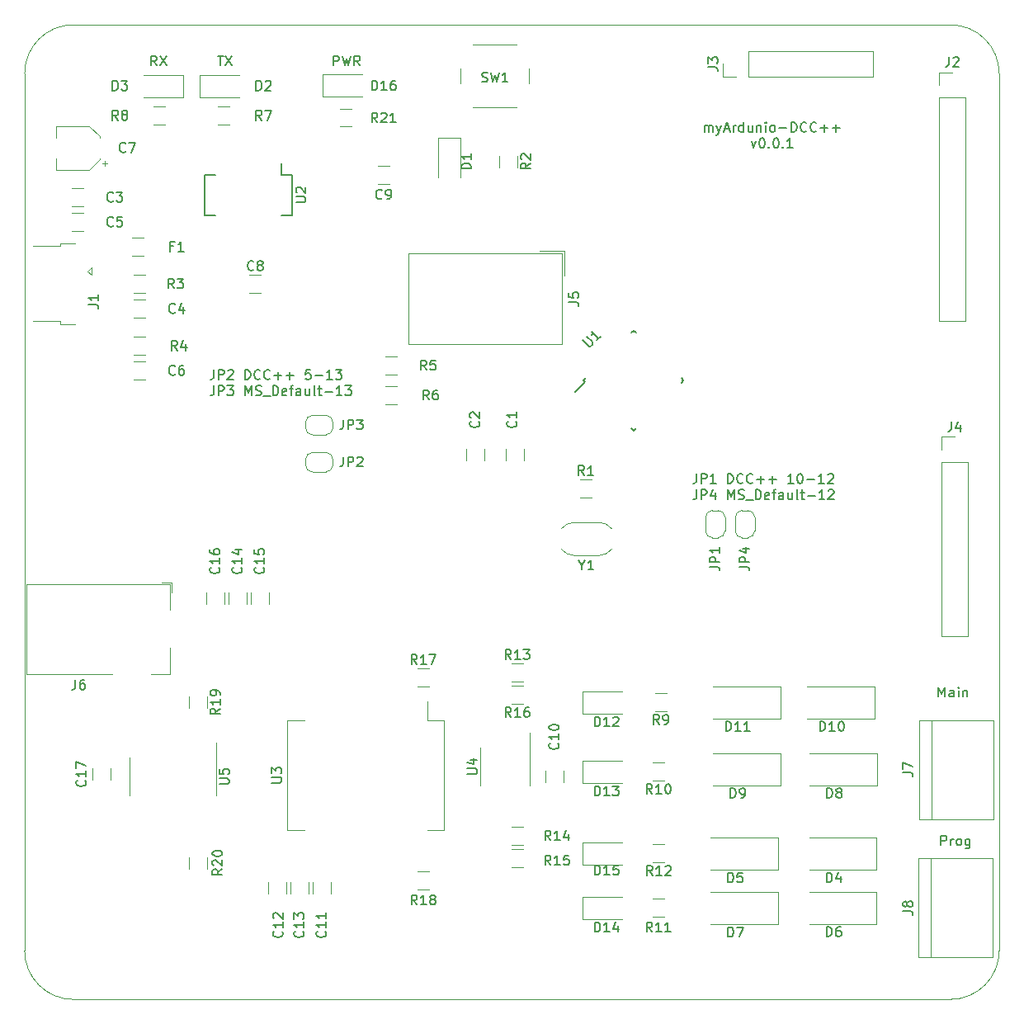
<source format=gbr>
G04 #@! TF.GenerationSoftware,KiCad,Pcbnew,5.1.5-52549c5~86~ubuntu19.10.1*
G04 #@! TF.CreationDate,2020-04-17T16:07:13+02:00*
G04 #@! TF.ProjectId,ArduinoDCC++,41726475-696e-46f4-9443-432b2b2e6b69,v.0.0.1*
G04 #@! TF.SameCoordinates,Original*
G04 #@! TF.FileFunction,Legend,Top*
G04 #@! TF.FilePolarity,Positive*
%FSLAX46Y46*%
G04 Gerber Fmt 4.6, Leading zero omitted, Abs format (unit mm)*
G04 Created by KiCad (PCBNEW 5.1.5-52549c5~86~ubuntu19.10.1) date 2020-04-17 16:07:13*
%MOMM*%
%LPD*%
G04 APERTURE LIST*
%ADD10C,0.150000*%
%ADD11C,0.050000*%
%ADD12C,0.120000*%
G04 APERTURE END LIST*
D10*
X69417309Y-85381380D02*
X69417309Y-86095666D01*
X69369690Y-86238523D01*
X69274452Y-86333761D01*
X69131595Y-86381380D01*
X69036357Y-86381380D01*
X69893500Y-86381380D02*
X69893500Y-85381380D01*
X70274452Y-85381380D01*
X70369690Y-85429000D01*
X70417309Y-85476619D01*
X70464928Y-85571857D01*
X70464928Y-85714714D01*
X70417309Y-85809952D01*
X70369690Y-85857571D01*
X70274452Y-85905190D01*
X69893500Y-85905190D01*
X70845880Y-85476619D02*
X70893500Y-85429000D01*
X70988738Y-85381380D01*
X71226833Y-85381380D01*
X71322071Y-85429000D01*
X71369690Y-85476619D01*
X71417309Y-85571857D01*
X71417309Y-85667095D01*
X71369690Y-85809952D01*
X70798261Y-86381380D01*
X71417309Y-86381380D01*
X72607785Y-86381380D02*
X72607785Y-85381380D01*
X72845880Y-85381380D01*
X72988738Y-85429000D01*
X73083976Y-85524238D01*
X73131595Y-85619476D01*
X73179214Y-85809952D01*
X73179214Y-85952809D01*
X73131595Y-86143285D01*
X73083976Y-86238523D01*
X72988738Y-86333761D01*
X72845880Y-86381380D01*
X72607785Y-86381380D01*
X74179214Y-86286142D02*
X74131595Y-86333761D01*
X73988738Y-86381380D01*
X73893500Y-86381380D01*
X73750642Y-86333761D01*
X73655404Y-86238523D01*
X73607785Y-86143285D01*
X73560166Y-85952809D01*
X73560166Y-85809952D01*
X73607785Y-85619476D01*
X73655404Y-85524238D01*
X73750642Y-85429000D01*
X73893500Y-85381380D01*
X73988738Y-85381380D01*
X74131595Y-85429000D01*
X74179214Y-85476619D01*
X75179214Y-86286142D02*
X75131595Y-86333761D01*
X74988738Y-86381380D01*
X74893500Y-86381380D01*
X74750642Y-86333761D01*
X74655404Y-86238523D01*
X74607785Y-86143285D01*
X74560166Y-85952809D01*
X74560166Y-85809952D01*
X74607785Y-85619476D01*
X74655404Y-85524238D01*
X74750642Y-85429000D01*
X74893500Y-85381380D01*
X74988738Y-85381380D01*
X75131595Y-85429000D01*
X75179214Y-85476619D01*
X75607785Y-86000428D02*
X76369690Y-86000428D01*
X75988738Y-86381380D02*
X75988738Y-85619476D01*
X76845880Y-86000428D02*
X77607785Y-86000428D01*
X77226833Y-86381380D02*
X77226833Y-85619476D01*
X79322071Y-85381380D02*
X78845880Y-85381380D01*
X78798261Y-85857571D01*
X78845880Y-85809952D01*
X78941119Y-85762333D01*
X79179214Y-85762333D01*
X79274452Y-85809952D01*
X79322071Y-85857571D01*
X79369690Y-85952809D01*
X79369690Y-86190904D01*
X79322071Y-86286142D01*
X79274452Y-86333761D01*
X79179214Y-86381380D01*
X78941119Y-86381380D01*
X78845880Y-86333761D01*
X78798261Y-86286142D01*
X79798261Y-86000428D02*
X80560166Y-86000428D01*
X81560166Y-86381380D02*
X80988738Y-86381380D01*
X81274452Y-86381380D02*
X81274452Y-85381380D01*
X81179214Y-85524238D01*
X81083976Y-85619476D01*
X80988738Y-85667095D01*
X81893500Y-85381380D02*
X82512547Y-85381380D01*
X82179214Y-85762333D01*
X82322071Y-85762333D01*
X82417309Y-85809952D01*
X82464928Y-85857571D01*
X82512547Y-85952809D01*
X82512547Y-86190904D01*
X82464928Y-86286142D01*
X82417309Y-86333761D01*
X82322071Y-86381380D01*
X82036357Y-86381380D01*
X81941119Y-86333761D01*
X81893500Y-86286142D01*
X69417309Y-87031380D02*
X69417309Y-87745666D01*
X69369690Y-87888523D01*
X69274452Y-87983761D01*
X69131595Y-88031380D01*
X69036357Y-88031380D01*
X69893500Y-88031380D02*
X69893500Y-87031380D01*
X70274452Y-87031380D01*
X70369690Y-87079000D01*
X70417309Y-87126619D01*
X70464928Y-87221857D01*
X70464928Y-87364714D01*
X70417309Y-87459952D01*
X70369690Y-87507571D01*
X70274452Y-87555190D01*
X69893500Y-87555190D01*
X70798261Y-87031380D02*
X71417309Y-87031380D01*
X71083976Y-87412333D01*
X71226833Y-87412333D01*
X71322071Y-87459952D01*
X71369690Y-87507571D01*
X71417309Y-87602809D01*
X71417309Y-87840904D01*
X71369690Y-87936142D01*
X71322071Y-87983761D01*
X71226833Y-88031380D01*
X70941119Y-88031380D01*
X70845880Y-87983761D01*
X70798261Y-87936142D01*
X72607785Y-88031380D02*
X72607785Y-87031380D01*
X72941119Y-87745666D01*
X73274452Y-87031380D01*
X73274452Y-88031380D01*
X73703023Y-87983761D02*
X73845880Y-88031380D01*
X74083976Y-88031380D01*
X74179214Y-87983761D01*
X74226833Y-87936142D01*
X74274452Y-87840904D01*
X74274452Y-87745666D01*
X74226833Y-87650428D01*
X74179214Y-87602809D01*
X74083976Y-87555190D01*
X73893500Y-87507571D01*
X73798261Y-87459952D01*
X73750642Y-87412333D01*
X73703023Y-87317095D01*
X73703023Y-87221857D01*
X73750642Y-87126619D01*
X73798261Y-87079000D01*
X73893500Y-87031380D01*
X74131595Y-87031380D01*
X74274452Y-87079000D01*
X74464928Y-88126619D02*
X75226833Y-88126619D01*
X75464928Y-88031380D02*
X75464928Y-87031380D01*
X75703023Y-87031380D01*
X75845880Y-87079000D01*
X75941119Y-87174238D01*
X75988738Y-87269476D01*
X76036357Y-87459952D01*
X76036357Y-87602809D01*
X75988738Y-87793285D01*
X75941119Y-87888523D01*
X75845880Y-87983761D01*
X75703023Y-88031380D01*
X75464928Y-88031380D01*
X76845880Y-87983761D02*
X76750642Y-88031380D01*
X76560166Y-88031380D01*
X76464928Y-87983761D01*
X76417309Y-87888523D01*
X76417309Y-87507571D01*
X76464928Y-87412333D01*
X76560166Y-87364714D01*
X76750642Y-87364714D01*
X76845880Y-87412333D01*
X76893500Y-87507571D01*
X76893500Y-87602809D01*
X76417309Y-87698047D01*
X77179214Y-87364714D02*
X77560166Y-87364714D01*
X77322071Y-88031380D02*
X77322071Y-87174238D01*
X77369690Y-87079000D01*
X77464928Y-87031380D01*
X77560166Y-87031380D01*
X78322071Y-88031380D02*
X78322071Y-87507571D01*
X78274452Y-87412333D01*
X78179214Y-87364714D01*
X77988738Y-87364714D01*
X77893500Y-87412333D01*
X78322071Y-87983761D02*
X78226833Y-88031380D01*
X77988738Y-88031380D01*
X77893500Y-87983761D01*
X77845880Y-87888523D01*
X77845880Y-87793285D01*
X77893500Y-87698047D01*
X77988738Y-87650428D01*
X78226833Y-87650428D01*
X78322071Y-87602809D01*
X79226833Y-87364714D02*
X79226833Y-88031380D01*
X78798261Y-87364714D02*
X78798261Y-87888523D01*
X78845880Y-87983761D01*
X78941119Y-88031380D01*
X79083976Y-88031380D01*
X79179214Y-87983761D01*
X79226833Y-87936142D01*
X79845880Y-88031380D02*
X79750642Y-87983761D01*
X79703023Y-87888523D01*
X79703023Y-87031380D01*
X80083976Y-87364714D02*
X80464928Y-87364714D01*
X80226833Y-87031380D02*
X80226833Y-87888523D01*
X80274452Y-87983761D01*
X80369690Y-88031380D01*
X80464928Y-88031380D01*
X80798261Y-87650428D02*
X81560166Y-87650428D01*
X82560166Y-88031380D02*
X81988738Y-88031380D01*
X82274452Y-88031380D02*
X82274452Y-87031380D01*
X82179214Y-87174238D01*
X82083976Y-87269476D01*
X81988738Y-87317095D01*
X82893500Y-87031380D02*
X83512547Y-87031380D01*
X83179214Y-87412333D01*
X83322071Y-87412333D01*
X83417309Y-87459952D01*
X83464928Y-87507571D01*
X83512547Y-87602809D01*
X83512547Y-87840904D01*
X83464928Y-87936142D01*
X83417309Y-87983761D01*
X83322071Y-88031380D01*
X83036357Y-88031380D01*
X82941119Y-87983761D01*
X82893500Y-87936142D01*
X118947309Y-96049380D02*
X118947309Y-96763666D01*
X118899690Y-96906523D01*
X118804452Y-97001761D01*
X118661595Y-97049380D01*
X118566357Y-97049380D01*
X119423500Y-97049380D02*
X119423500Y-96049380D01*
X119804452Y-96049380D01*
X119899690Y-96097000D01*
X119947309Y-96144619D01*
X119994928Y-96239857D01*
X119994928Y-96382714D01*
X119947309Y-96477952D01*
X119899690Y-96525571D01*
X119804452Y-96573190D01*
X119423500Y-96573190D01*
X120947309Y-97049380D02*
X120375880Y-97049380D01*
X120661595Y-97049380D02*
X120661595Y-96049380D01*
X120566357Y-96192238D01*
X120471119Y-96287476D01*
X120375880Y-96335095D01*
X122137785Y-97049380D02*
X122137785Y-96049380D01*
X122375880Y-96049380D01*
X122518738Y-96097000D01*
X122613976Y-96192238D01*
X122661595Y-96287476D01*
X122709214Y-96477952D01*
X122709214Y-96620809D01*
X122661595Y-96811285D01*
X122613976Y-96906523D01*
X122518738Y-97001761D01*
X122375880Y-97049380D01*
X122137785Y-97049380D01*
X123709214Y-96954142D02*
X123661595Y-97001761D01*
X123518738Y-97049380D01*
X123423500Y-97049380D01*
X123280642Y-97001761D01*
X123185404Y-96906523D01*
X123137785Y-96811285D01*
X123090166Y-96620809D01*
X123090166Y-96477952D01*
X123137785Y-96287476D01*
X123185404Y-96192238D01*
X123280642Y-96097000D01*
X123423500Y-96049380D01*
X123518738Y-96049380D01*
X123661595Y-96097000D01*
X123709214Y-96144619D01*
X124709214Y-96954142D02*
X124661595Y-97001761D01*
X124518738Y-97049380D01*
X124423500Y-97049380D01*
X124280642Y-97001761D01*
X124185404Y-96906523D01*
X124137785Y-96811285D01*
X124090166Y-96620809D01*
X124090166Y-96477952D01*
X124137785Y-96287476D01*
X124185404Y-96192238D01*
X124280642Y-96097000D01*
X124423500Y-96049380D01*
X124518738Y-96049380D01*
X124661595Y-96097000D01*
X124709214Y-96144619D01*
X125137785Y-96668428D02*
X125899690Y-96668428D01*
X125518738Y-97049380D02*
X125518738Y-96287476D01*
X126375880Y-96668428D02*
X127137785Y-96668428D01*
X126756833Y-97049380D02*
X126756833Y-96287476D01*
X128899690Y-97049380D02*
X128328261Y-97049380D01*
X128613976Y-97049380D02*
X128613976Y-96049380D01*
X128518738Y-96192238D01*
X128423500Y-96287476D01*
X128328261Y-96335095D01*
X129518738Y-96049380D02*
X129613976Y-96049380D01*
X129709214Y-96097000D01*
X129756833Y-96144619D01*
X129804452Y-96239857D01*
X129852071Y-96430333D01*
X129852071Y-96668428D01*
X129804452Y-96858904D01*
X129756833Y-96954142D01*
X129709214Y-97001761D01*
X129613976Y-97049380D01*
X129518738Y-97049380D01*
X129423500Y-97001761D01*
X129375880Y-96954142D01*
X129328261Y-96858904D01*
X129280642Y-96668428D01*
X129280642Y-96430333D01*
X129328261Y-96239857D01*
X129375880Y-96144619D01*
X129423500Y-96097000D01*
X129518738Y-96049380D01*
X130280642Y-96668428D02*
X131042547Y-96668428D01*
X132042547Y-97049380D02*
X131471119Y-97049380D01*
X131756833Y-97049380D02*
X131756833Y-96049380D01*
X131661595Y-96192238D01*
X131566357Y-96287476D01*
X131471119Y-96335095D01*
X132423500Y-96144619D02*
X132471119Y-96097000D01*
X132566357Y-96049380D01*
X132804452Y-96049380D01*
X132899690Y-96097000D01*
X132947309Y-96144619D01*
X132994928Y-96239857D01*
X132994928Y-96335095D01*
X132947309Y-96477952D01*
X132375880Y-97049380D01*
X132994928Y-97049380D01*
X118947309Y-97699380D02*
X118947309Y-98413666D01*
X118899690Y-98556523D01*
X118804452Y-98651761D01*
X118661595Y-98699380D01*
X118566357Y-98699380D01*
X119423500Y-98699380D02*
X119423500Y-97699380D01*
X119804452Y-97699380D01*
X119899690Y-97747000D01*
X119947309Y-97794619D01*
X119994928Y-97889857D01*
X119994928Y-98032714D01*
X119947309Y-98127952D01*
X119899690Y-98175571D01*
X119804452Y-98223190D01*
X119423500Y-98223190D01*
X120852071Y-98032714D02*
X120852071Y-98699380D01*
X120613976Y-97651761D02*
X120375880Y-98366047D01*
X120994928Y-98366047D01*
X122137785Y-98699380D02*
X122137785Y-97699380D01*
X122471119Y-98413666D01*
X122804452Y-97699380D01*
X122804452Y-98699380D01*
X123233023Y-98651761D02*
X123375880Y-98699380D01*
X123613976Y-98699380D01*
X123709214Y-98651761D01*
X123756833Y-98604142D01*
X123804452Y-98508904D01*
X123804452Y-98413666D01*
X123756833Y-98318428D01*
X123709214Y-98270809D01*
X123613976Y-98223190D01*
X123423500Y-98175571D01*
X123328261Y-98127952D01*
X123280642Y-98080333D01*
X123233023Y-97985095D01*
X123233023Y-97889857D01*
X123280642Y-97794619D01*
X123328261Y-97747000D01*
X123423500Y-97699380D01*
X123661595Y-97699380D01*
X123804452Y-97747000D01*
X123994928Y-98794619D02*
X124756833Y-98794619D01*
X124994928Y-98699380D02*
X124994928Y-97699380D01*
X125233023Y-97699380D01*
X125375880Y-97747000D01*
X125471119Y-97842238D01*
X125518738Y-97937476D01*
X125566357Y-98127952D01*
X125566357Y-98270809D01*
X125518738Y-98461285D01*
X125471119Y-98556523D01*
X125375880Y-98651761D01*
X125233023Y-98699380D01*
X124994928Y-98699380D01*
X126375880Y-98651761D02*
X126280642Y-98699380D01*
X126090166Y-98699380D01*
X125994928Y-98651761D01*
X125947309Y-98556523D01*
X125947309Y-98175571D01*
X125994928Y-98080333D01*
X126090166Y-98032714D01*
X126280642Y-98032714D01*
X126375880Y-98080333D01*
X126423500Y-98175571D01*
X126423500Y-98270809D01*
X125947309Y-98366047D01*
X126709214Y-98032714D02*
X127090166Y-98032714D01*
X126852071Y-98699380D02*
X126852071Y-97842238D01*
X126899690Y-97747000D01*
X126994928Y-97699380D01*
X127090166Y-97699380D01*
X127852071Y-98699380D02*
X127852071Y-98175571D01*
X127804452Y-98080333D01*
X127709214Y-98032714D01*
X127518738Y-98032714D01*
X127423500Y-98080333D01*
X127852071Y-98651761D02*
X127756833Y-98699380D01*
X127518738Y-98699380D01*
X127423500Y-98651761D01*
X127375880Y-98556523D01*
X127375880Y-98461285D01*
X127423500Y-98366047D01*
X127518738Y-98318428D01*
X127756833Y-98318428D01*
X127852071Y-98270809D01*
X128756833Y-98032714D02*
X128756833Y-98699380D01*
X128328261Y-98032714D02*
X128328261Y-98556523D01*
X128375880Y-98651761D01*
X128471119Y-98699380D01*
X128613976Y-98699380D01*
X128709214Y-98651761D01*
X128756833Y-98604142D01*
X129375880Y-98699380D02*
X129280642Y-98651761D01*
X129233023Y-98556523D01*
X129233023Y-97699380D01*
X129613976Y-98032714D02*
X129994928Y-98032714D01*
X129756833Y-97699380D02*
X129756833Y-98556523D01*
X129804452Y-98651761D01*
X129899690Y-98699380D01*
X129994928Y-98699380D01*
X130328261Y-98318428D02*
X131090166Y-98318428D01*
X132090166Y-98699380D02*
X131518738Y-98699380D01*
X131804452Y-98699380D02*
X131804452Y-97699380D01*
X131709214Y-97842238D01*
X131613976Y-97937476D01*
X131518738Y-97985095D01*
X132471119Y-97794619D02*
X132518738Y-97747000D01*
X132613976Y-97699380D01*
X132852071Y-97699380D01*
X132947309Y-97747000D01*
X132994928Y-97794619D01*
X133042547Y-97889857D01*
X133042547Y-97985095D01*
X132994928Y-98127952D01*
X132423500Y-98699380D01*
X133042547Y-98699380D01*
X119755619Y-60981380D02*
X119755619Y-60314714D01*
X119755619Y-60409952D02*
X119803238Y-60362333D01*
X119898476Y-60314714D01*
X120041333Y-60314714D01*
X120136571Y-60362333D01*
X120184190Y-60457571D01*
X120184190Y-60981380D01*
X120184190Y-60457571D02*
X120231809Y-60362333D01*
X120327047Y-60314714D01*
X120469904Y-60314714D01*
X120565142Y-60362333D01*
X120612761Y-60457571D01*
X120612761Y-60981380D01*
X120993714Y-60314714D02*
X121231809Y-60981380D01*
X121469904Y-60314714D02*
X121231809Y-60981380D01*
X121136571Y-61219476D01*
X121088952Y-61267095D01*
X120993714Y-61314714D01*
X121803238Y-60695666D02*
X122279428Y-60695666D01*
X121708000Y-60981380D02*
X122041333Y-59981380D01*
X122374666Y-60981380D01*
X122708000Y-60981380D02*
X122708000Y-60314714D01*
X122708000Y-60505190D02*
X122755619Y-60409952D01*
X122803238Y-60362333D01*
X122898476Y-60314714D01*
X122993714Y-60314714D01*
X123755619Y-60981380D02*
X123755619Y-59981380D01*
X123755619Y-60933761D02*
X123660380Y-60981380D01*
X123469904Y-60981380D01*
X123374666Y-60933761D01*
X123327047Y-60886142D01*
X123279428Y-60790904D01*
X123279428Y-60505190D01*
X123327047Y-60409952D01*
X123374666Y-60362333D01*
X123469904Y-60314714D01*
X123660380Y-60314714D01*
X123755619Y-60362333D01*
X124660380Y-60314714D02*
X124660380Y-60981380D01*
X124231809Y-60314714D02*
X124231809Y-60838523D01*
X124279428Y-60933761D01*
X124374666Y-60981380D01*
X124517523Y-60981380D01*
X124612761Y-60933761D01*
X124660380Y-60886142D01*
X125136571Y-60314714D02*
X125136571Y-60981380D01*
X125136571Y-60409952D02*
X125184190Y-60362333D01*
X125279428Y-60314714D01*
X125422285Y-60314714D01*
X125517523Y-60362333D01*
X125565142Y-60457571D01*
X125565142Y-60981380D01*
X126041333Y-60981380D02*
X126041333Y-60314714D01*
X126041333Y-59981380D02*
X125993714Y-60029000D01*
X126041333Y-60076619D01*
X126088952Y-60029000D01*
X126041333Y-59981380D01*
X126041333Y-60076619D01*
X126660380Y-60981380D02*
X126565142Y-60933761D01*
X126517523Y-60886142D01*
X126469904Y-60790904D01*
X126469904Y-60505190D01*
X126517523Y-60409952D01*
X126565142Y-60362333D01*
X126660380Y-60314714D01*
X126803238Y-60314714D01*
X126898476Y-60362333D01*
X126946095Y-60409952D01*
X126993714Y-60505190D01*
X126993714Y-60790904D01*
X126946095Y-60886142D01*
X126898476Y-60933761D01*
X126803238Y-60981380D01*
X126660380Y-60981380D01*
X127422285Y-60600428D02*
X128184190Y-60600428D01*
X128660380Y-60981380D02*
X128660380Y-59981380D01*
X128898476Y-59981380D01*
X129041333Y-60029000D01*
X129136571Y-60124238D01*
X129184190Y-60219476D01*
X129231809Y-60409952D01*
X129231809Y-60552809D01*
X129184190Y-60743285D01*
X129136571Y-60838523D01*
X129041333Y-60933761D01*
X128898476Y-60981380D01*
X128660380Y-60981380D01*
X130231809Y-60886142D02*
X130184190Y-60933761D01*
X130041333Y-60981380D01*
X129946095Y-60981380D01*
X129803238Y-60933761D01*
X129708000Y-60838523D01*
X129660380Y-60743285D01*
X129612761Y-60552809D01*
X129612761Y-60409952D01*
X129660380Y-60219476D01*
X129708000Y-60124238D01*
X129803238Y-60029000D01*
X129946095Y-59981380D01*
X130041333Y-59981380D01*
X130184190Y-60029000D01*
X130231809Y-60076619D01*
X131231809Y-60886142D02*
X131184190Y-60933761D01*
X131041333Y-60981380D01*
X130946095Y-60981380D01*
X130803238Y-60933761D01*
X130708000Y-60838523D01*
X130660380Y-60743285D01*
X130612761Y-60552809D01*
X130612761Y-60409952D01*
X130660380Y-60219476D01*
X130708000Y-60124238D01*
X130803238Y-60029000D01*
X130946095Y-59981380D01*
X131041333Y-59981380D01*
X131184190Y-60029000D01*
X131231809Y-60076619D01*
X131660380Y-60600428D02*
X132422285Y-60600428D01*
X132041333Y-60981380D02*
X132041333Y-60219476D01*
X132898476Y-60600428D02*
X133660380Y-60600428D01*
X133279428Y-60981380D02*
X133279428Y-60219476D01*
X124565142Y-61964714D02*
X124803238Y-62631380D01*
X125041333Y-61964714D01*
X125612761Y-61631380D02*
X125708000Y-61631380D01*
X125803238Y-61679000D01*
X125850857Y-61726619D01*
X125898476Y-61821857D01*
X125946095Y-62012333D01*
X125946095Y-62250428D01*
X125898476Y-62440904D01*
X125850857Y-62536142D01*
X125803238Y-62583761D01*
X125708000Y-62631380D01*
X125612761Y-62631380D01*
X125517523Y-62583761D01*
X125469904Y-62536142D01*
X125422285Y-62440904D01*
X125374666Y-62250428D01*
X125374666Y-62012333D01*
X125422285Y-61821857D01*
X125469904Y-61726619D01*
X125517523Y-61679000D01*
X125612761Y-61631380D01*
X126374666Y-62536142D02*
X126422285Y-62583761D01*
X126374666Y-62631380D01*
X126327047Y-62583761D01*
X126374666Y-62536142D01*
X126374666Y-62631380D01*
X127041333Y-61631380D02*
X127136571Y-61631380D01*
X127231809Y-61679000D01*
X127279428Y-61726619D01*
X127327047Y-61821857D01*
X127374666Y-62012333D01*
X127374666Y-62250428D01*
X127327047Y-62440904D01*
X127279428Y-62536142D01*
X127231809Y-62583761D01*
X127136571Y-62631380D01*
X127041333Y-62631380D01*
X126946095Y-62583761D01*
X126898476Y-62536142D01*
X126850857Y-62440904D01*
X126803238Y-62250428D01*
X126803238Y-62012333D01*
X126850857Y-61821857D01*
X126898476Y-61726619D01*
X126946095Y-61679000D01*
X127041333Y-61631380D01*
X127803238Y-62536142D02*
X127850857Y-62583761D01*
X127803238Y-62631380D01*
X127755619Y-62583761D01*
X127803238Y-62536142D01*
X127803238Y-62631380D01*
X128803238Y-62631380D02*
X128231809Y-62631380D01*
X128517523Y-62631380D02*
X128517523Y-61631380D01*
X128422285Y-61774238D01*
X128327047Y-61869476D01*
X128231809Y-61917095D01*
X144027809Y-134196380D02*
X144027809Y-133196380D01*
X144408761Y-133196380D01*
X144504000Y-133244000D01*
X144551619Y-133291619D01*
X144599238Y-133386857D01*
X144599238Y-133529714D01*
X144551619Y-133624952D01*
X144504000Y-133672571D01*
X144408761Y-133720190D01*
X144027809Y-133720190D01*
X145027809Y-134196380D02*
X145027809Y-133529714D01*
X145027809Y-133720190D02*
X145075428Y-133624952D01*
X145123047Y-133577333D01*
X145218285Y-133529714D01*
X145313523Y-133529714D01*
X145789714Y-134196380D02*
X145694476Y-134148761D01*
X145646857Y-134101142D01*
X145599238Y-134005904D01*
X145599238Y-133720190D01*
X145646857Y-133624952D01*
X145694476Y-133577333D01*
X145789714Y-133529714D01*
X145932571Y-133529714D01*
X146027809Y-133577333D01*
X146075428Y-133624952D01*
X146123047Y-133720190D01*
X146123047Y-134005904D01*
X146075428Y-134101142D01*
X146027809Y-134148761D01*
X145932571Y-134196380D01*
X145789714Y-134196380D01*
X146980190Y-133529714D02*
X146980190Y-134339238D01*
X146932571Y-134434476D01*
X146884952Y-134482095D01*
X146789714Y-134529714D01*
X146646857Y-134529714D01*
X146551619Y-134482095D01*
X146980190Y-134148761D02*
X146884952Y-134196380D01*
X146694476Y-134196380D01*
X146599238Y-134148761D01*
X146551619Y-134101142D01*
X146504000Y-134005904D01*
X146504000Y-133720190D01*
X146551619Y-133624952D01*
X146599238Y-133577333D01*
X146694476Y-133529714D01*
X146884952Y-133529714D01*
X146980190Y-133577333D01*
X143773809Y-118956380D02*
X143773809Y-117956380D01*
X144107142Y-118670666D01*
X144440476Y-117956380D01*
X144440476Y-118956380D01*
X145345238Y-118956380D02*
X145345238Y-118432571D01*
X145297619Y-118337333D01*
X145202380Y-118289714D01*
X145011904Y-118289714D01*
X144916666Y-118337333D01*
X145345238Y-118908761D02*
X145250000Y-118956380D01*
X145011904Y-118956380D01*
X144916666Y-118908761D01*
X144869047Y-118813523D01*
X144869047Y-118718285D01*
X144916666Y-118623047D01*
X145011904Y-118575428D01*
X145250000Y-118575428D01*
X145345238Y-118527809D01*
X145821428Y-118956380D02*
X145821428Y-118289714D01*
X145821428Y-117956380D02*
X145773809Y-118004000D01*
X145821428Y-118051619D01*
X145869047Y-118004000D01*
X145821428Y-117956380D01*
X145821428Y-118051619D01*
X146297619Y-118289714D02*
X146297619Y-118956380D01*
X146297619Y-118384952D02*
X146345238Y-118337333D01*
X146440476Y-118289714D01*
X146583333Y-118289714D01*
X146678571Y-118337333D01*
X146726190Y-118432571D01*
X146726190Y-118956380D01*
X81686666Y-54186380D02*
X81686666Y-53186380D01*
X82067619Y-53186380D01*
X82162857Y-53234000D01*
X82210476Y-53281619D01*
X82258095Y-53376857D01*
X82258095Y-53519714D01*
X82210476Y-53614952D01*
X82162857Y-53662571D01*
X82067619Y-53710190D01*
X81686666Y-53710190D01*
X82591428Y-53186380D02*
X82829523Y-54186380D01*
X83020000Y-53472095D01*
X83210476Y-54186380D01*
X83448571Y-53186380D01*
X84400952Y-54186380D02*
X84067619Y-53710190D01*
X83829523Y-54186380D02*
X83829523Y-53186380D01*
X84210476Y-53186380D01*
X84305714Y-53234000D01*
X84353333Y-53281619D01*
X84400952Y-53376857D01*
X84400952Y-53519714D01*
X84353333Y-53614952D01*
X84305714Y-53662571D01*
X84210476Y-53710190D01*
X83829523Y-53710190D01*
X69812095Y-53186380D02*
X70383523Y-53186380D01*
X70097809Y-54186380D02*
X70097809Y-53186380D01*
X70621619Y-53186380D02*
X71288285Y-54186380D01*
X71288285Y-53186380D02*
X70621619Y-54186380D01*
X63549333Y-54186380D02*
X63216000Y-53710190D01*
X62977904Y-54186380D02*
X62977904Y-53186380D01*
X63358857Y-53186380D01*
X63454095Y-53234000D01*
X63501714Y-53281619D01*
X63549333Y-53376857D01*
X63549333Y-53519714D01*
X63501714Y-53614952D01*
X63454095Y-53662571D01*
X63358857Y-53710190D01*
X62977904Y-53710190D01*
X63882666Y-53186380D02*
X64549333Y-54186380D01*
X64549333Y-53186380D02*
X63882666Y-54186380D01*
D11*
X55000000Y-150000000D02*
X145000000Y-150000000D01*
X50000000Y-55000000D02*
X50000000Y-145000000D01*
X145000000Y-50000000D02*
X55000000Y-50000000D01*
X150000000Y-145000000D02*
X150000000Y-55000000D01*
X150000000Y-145000000D02*
G75*
G02X145000000Y-150000000I-5000000J0D01*
G01*
X145000000Y-50000000D02*
G75*
G02X150000000Y-55000000I0J-5000000D01*
G01*
X50000000Y-55000000D02*
G75*
G02X55000000Y-50000000I5000000J0D01*
G01*
X55000000Y-150000000D02*
G75*
G02X50000000Y-145000000I0J5000000D01*
G01*
D12*
X122914000Y-101932000D02*
X122914000Y-100532000D01*
X123614000Y-99832000D02*
X124214000Y-99832000D01*
X124914000Y-100532000D02*
X124914000Y-101932000D01*
X124214000Y-102632000D02*
X123614000Y-102632000D01*
X123614000Y-102632000D02*
G75*
G02X122914000Y-101932000I0J700000D01*
G01*
X124914000Y-101932000D02*
G75*
G02X124214000Y-102632000I-700000J0D01*
G01*
X124214000Y-99832000D02*
G75*
G02X124914000Y-100532000I0J-700000D01*
G01*
X122914000Y-100532000D02*
G75*
G02X123614000Y-99832000I700000J0D01*
G01*
X80926000Y-92072000D02*
X79526000Y-92072000D01*
X78826000Y-91372000D02*
X78826000Y-90772000D01*
X79526000Y-90072000D02*
X80926000Y-90072000D01*
X81626000Y-90772000D02*
X81626000Y-91372000D01*
X81626000Y-91372000D02*
G75*
G02X80926000Y-92072000I-700000J0D01*
G01*
X80926000Y-90072000D02*
G75*
G02X81626000Y-90772000I0J-700000D01*
G01*
X78826000Y-90772000D02*
G75*
G02X79526000Y-90072000I700000J0D01*
G01*
X79526000Y-92072000D02*
G75*
G02X78826000Y-91372000I0J700000D01*
G01*
X105070210Y-101707039D02*
G75*
G02X106408000Y-101056000I1337790J-1048961D01*
G01*
X110245790Y-101707039D02*
G75*
G03X108908000Y-101056000I-1337790J-1048961D01*
G01*
X105070210Y-103804961D02*
G75*
G03X106408000Y-104456000I1337790J1048961D01*
G01*
X110245790Y-103804961D02*
G75*
G02X108908000Y-104456000I-1337790J1048961D01*
G01*
X108908000Y-101056000D02*
X106408000Y-101056000D01*
X108908000Y-104456000D02*
X106408000Y-104456000D01*
X82352937Y-60449001D02*
X83557065Y-60449001D01*
X82352937Y-58629001D02*
X83557065Y-58629001D01*
X80540001Y-57334001D02*
X84600001Y-57334001D01*
X80540001Y-55064001D02*
X80540001Y-57334001D01*
X84600001Y-55064001D02*
X80540001Y-55064001D01*
X127552000Y-128028000D02*
X120652000Y-128028000D01*
X127552000Y-124728000D02*
X120652000Y-124728000D01*
X127552000Y-128028000D02*
X127552000Y-124728000D01*
X79526000Y-93882000D02*
X80926000Y-93882000D01*
X81626000Y-94582000D02*
X81626000Y-95182000D01*
X80926000Y-95882000D02*
X79526000Y-95882000D01*
X78826000Y-95182000D02*
X78826000Y-94582000D01*
X78826000Y-94582000D02*
G75*
G02X79526000Y-93882000I700000J0D01*
G01*
X79526000Y-95882000D02*
G75*
G02X78826000Y-95182000I0J700000D01*
G01*
X81626000Y-95182000D02*
G75*
G02X80926000Y-95882000I-700000J0D01*
G01*
X80926000Y-93882000D02*
G75*
G02X81626000Y-94582000I0J-700000D01*
G01*
X119866000Y-100532000D02*
G75*
G02X120566000Y-99832000I700000J0D01*
G01*
X121166000Y-99832000D02*
G75*
G02X121866000Y-100532000I0J-700000D01*
G01*
X121866000Y-101932000D02*
G75*
G02X121166000Y-102632000I-700000J0D01*
G01*
X120566000Y-102632000D02*
G75*
G02X119866000Y-101932000I0J700000D01*
G01*
X121166000Y-102632000D02*
X120566000Y-102632000D01*
X121866000Y-100532000D02*
X121866000Y-101932000D01*
X120566000Y-99832000D02*
X121166000Y-99832000D01*
X119866000Y-101932000D02*
X119866000Y-100532000D01*
X69675000Y-127140000D02*
X69675000Y-123690000D01*
X69675000Y-127140000D02*
X69675000Y-129090000D01*
X60805000Y-127140000D02*
X60805000Y-125190000D01*
X60805000Y-127140000D02*
X60805000Y-129090000D01*
X68690000Y-136595564D02*
X68690000Y-135391436D01*
X66870000Y-136595564D02*
X66870000Y-135391436D01*
X66870000Y-118917936D02*
X66870000Y-120122064D01*
X68690000Y-118917936D02*
X68690000Y-120122064D01*
X56964000Y-126283936D02*
X56964000Y-127488064D01*
X58784000Y-126283936D02*
X58784000Y-127488064D01*
X68648000Y-108249936D02*
X68648000Y-109454064D01*
X70468000Y-108249936D02*
X70468000Y-109454064D01*
X73220000Y-108249936D02*
X73220000Y-109454064D01*
X75040000Y-108249936D02*
X75040000Y-109454064D01*
X70934000Y-108249936D02*
X70934000Y-109454064D01*
X72754000Y-108249936D02*
X72754000Y-109454064D01*
X79104000Y-139135564D02*
X79104000Y-137931436D01*
X77284000Y-139135564D02*
X77284000Y-137931436D01*
X76818000Y-139135564D02*
X76818000Y-137931436D01*
X74998000Y-139135564D02*
X74998000Y-137931436D01*
X79570000Y-137931436D02*
X79570000Y-139135564D01*
X81390000Y-137931436D02*
X81390000Y-139135564D01*
X101836000Y-126124000D02*
X101836000Y-122674000D01*
X101836000Y-126124000D02*
X101836000Y-128074000D01*
X96716000Y-126124000D02*
X96716000Y-124174000D01*
X96716000Y-126124000D02*
X96716000Y-128074000D01*
X90291936Y-138718000D02*
X91496064Y-138718000D01*
X90291936Y-136898000D02*
X91496064Y-136898000D01*
X90291936Y-117890000D02*
X91496064Y-117890000D01*
X90291936Y-116070000D02*
X91496064Y-116070000D01*
X101148064Y-117848000D02*
X99943936Y-117848000D01*
X101148064Y-119668000D02*
X99943936Y-119668000D01*
X101148064Y-132326000D02*
X99943936Y-132326000D01*
X101148064Y-134146000D02*
X99943936Y-134146000D01*
X99943936Y-136432000D02*
X101148064Y-136432000D01*
X99943936Y-134612000D02*
X101148064Y-134612000D01*
X99943936Y-117382000D02*
X101148064Y-117382000D01*
X99943936Y-115562000D02*
X101148064Y-115562000D01*
X105266000Y-127742064D02*
X105266000Y-126537936D01*
X103446000Y-127742064D02*
X103446000Y-126537936D01*
X115662564Y-134104000D02*
X114458436Y-134104000D01*
X115662564Y-135924000D02*
X114458436Y-135924000D01*
X115626064Y-139692000D02*
X114421936Y-139692000D01*
X115626064Y-141512000D02*
X114421936Y-141512000D01*
X115626064Y-125722000D02*
X114421936Y-125722000D01*
X115626064Y-127542000D02*
X114421936Y-127542000D01*
X115880064Y-118610000D02*
X114675936Y-118610000D01*
X115880064Y-120430000D02*
X114675936Y-120430000D01*
X107230000Y-136149000D02*
X111290000Y-136149000D01*
X107230000Y-133879000D02*
X107230000Y-136149000D01*
X111290000Y-133879000D02*
X107230000Y-133879000D01*
X107230000Y-141737000D02*
X111290000Y-141737000D01*
X107230000Y-139467000D02*
X107230000Y-141737000D01*
X111290000Y-139467000D02*
X107230000Y-139467000D01*
X107230000Y-127767000D02*
X111290000Y-127767000D01*
X107230000Y-125497000D02*
X107230000Y-127767000D01*
X111290000Y-125497000D02*
X107230000Y-125497000D01*
X107230000Y-120655000D02*
X111290000Y-120655000D01*
X107230000Y-118385000D02*
X107230000Y-120655000D01*
X111290000Y-118385000D02*
X107230000Y-118385000D01*
X56421000Y-75269000D02*
X56871000Y-74869000D01*
X56871000Y-74869000D02*
X56871000Y-75669000D01*
X56871000Y-75669000D02*
X56421000Y-75269000D01*
X50821000Y-80419000D02*
X53621000Y-80419000D01*
X53621000Y-80419000D02*
X53621000Y-80719000D01*
X53621000Y-80719000D02*
X55171000Y-80719000D01*
X50821000Y-72719000D02*
X53621000Y-72719000D01*
X53621000Y-72419000D02*
X53621000Y-72719000D01*
X53621000Y-72419000D02*
X55171000Y-72419000D01*
X127552000Y-121170000D02*
X120652000Y-121170000D01*
X127552000Y-117870000D02*
X120652000Y-117870000D01*
X127552000Y-121170000D02*
X127552000Y-117870000D01*
X137204000Y-121170000D02*
X130304000Y-121170000D01*
X137204000Y-117870000D02*
X130304000Y-117870000D01*
X137204000Y-121170000D02*
X137204000Y-117870000D01*
X137458000Y-128028000D02*
X130558000Y-128028000D01*
X137458000Y-124728000D02*
X130558000Y-124728000D01*
X137458000Y-128028000D02*
X137458000Y-124728000D01*
X127298000Y-142284000D02*
X120398000Y-142284000D01*
X127298000Y-138984000D02*
X120398000Y-138984000D01*
X127298000Y-142284000D02*
X127298000Y-138984000D01*
X137418000Y-142252000D02*
X130518000Y-142252000D01*
X137418000Y-138952000D02*
X130518000Y-138952000D01*
X137418000Y-142252000D02*
X137418000Y-138952000D01*
X127298000Y-136696000D02*
X120398000Y-136696000D01*
X127298000Y-133396000D02*
X120398000Y-133396000D01*
X127298000Y-136696000D02*
X127298000Y-133396000D01*
X137418000Y-136696000D02*
X130518000Y-136696000D01*
X137418000Y-133396000D02*
X130518000Y-133396000D01*
X137418000Y-136696000D02*
X137418000Y-133396000D01*
X64900000Y-107400000D02*
X64900000Y-110000000D01*
X50200000Y-107400000D02*
X64900000Y-107400000D01*
X64900000Y-116600000D02*
X63000000Y-116600000D01*
X64900000Y-113900000D02*
X64900000Y-116600000D01*
X50200000Y-116600000D02*
X50200000Y-107400000D01*
X59000000Y-116600000D02*
X50200000Y-116600000D01*
X64050000Y-107200000D02*
X65100000Y-107200000D01*
X65100000Y-108250000D02*
X65100000Y-107200000D01*
X93050000Y-132600000D02*
X93050000Y-121400000D01*
X91300000Y-121400000D02*
X91300000Y-119400000D01*
X93050000Y-121400000D02*
X91300000Y-121400000D01*
X76950000Y-121400000D02*
X78700000Y-121400000D01*
X76950000Y-132600000D02*
X76950000Y-121400000D01*
X76950000Y-132600000D02*
X78700000Y-132600000D01*
X93050000Y-132600000D02*
X91300000Y-132600000D01*
X141694000Y-135522000D02*
X141694000Y-145682000D01*
X149314000Y-135522000D02*
X141694000Y-135522000D01*
X149314000Y-145682000D02*
X149314000Y-135522000D01*
X141694000Y-145682000D02*
X149314000Y-145682000D01*
X142964000Y-145682000D02*
X142964000Y-135522000D01*
X141778000Y-121330000D02*
X141778000Y-131490000D01*
X149398000Y-121330000D02*
X141778000Y-121330000D01*
X149398000Y-131490000D02*
X149398000Y-121330000D01*
X141778000Y-131490000D02*
X149398000Y-131490000D01*
X143048000Y-131490000D02*
X143048000Y-121330000D01*
X121670000Y-55330000D02*
X121670000Y-54000000D01*
X123000000Y-55330000D02*
X121670000Y-55330000D01*
X124270000Y-55330000D02*
X124270000Y-52670000D01*
X124270000Y-52670000D02*
X137030000Y-52670000D01*
X124270000Y-55330000D02*
X137030000Y-55330000D01*
X137030000Y-55330000D02*
X137030000Y-52670000D01*
X101750000Y-56000000D02*
X101750000Y-54500000D01*
X100500000Y-52000000D02*
X96000000Y-52000000D01*
X94750000Y-54500000D02*
X94750000Y-56000000D01*
X96000000Y-58500000D02*
X100500000Y-58500000D01*
D10*
X76341000Y-65381000D02*
X76341000Y-64256000D01*
X68501000Y-65381000D02*
X68501000Y-69531000D01*
X77451000Y-65381000D02*
X77451000Y-69531000D01*
X68501000Y-65381000D02*
X69611000Y-65381000D01*
X68501000Y-69531000D02*
X69611000Y-69531000D01*
X77451000Y-69531000D02*
X76341000Y-69531000D01*
X76341000Y-65381000D02*
X77451000Y-65381000D01*
X107516575Y-86659099D02*
X106508948Y-87666726D01*
X112484000Y-81373476D02*
X112254190Y-81603286D01*
X117610524Y-86500000D02*
X117380714Y-86729810D01*
X112484000Y-91626524D02*
X112713810Y-91396714D01*
X107357476Y-86500000D02*
X107587286Y-86270190D01*
X112484000Y-91626524D02*
X112254190Y-91396714D01*
X117610524Y-86500000D02*
X117380714Y-86270190D01*
X112484000Y-81373476D02*
X112713810Y-81603286D01*
X107357476Y-86500000D02*
X107516575Y-86659099D01*
D12*
X64434064Y-58418000D02*
X63229936Y-58418000D01*
X64434064Y-60238000D02*
X63229936Y-60238000D01*
X69833936Y-60238000D02*
X71038064Y-60238000D01*
X69833936Y-58418000D02*
X71038064Y-58418000D01*
X88194064Y-87114000D02*
X86989936Y-87114000D01*
X88194064Y-88934000D02*
X86989936Y-88934000D01*
X88194064Y-84066000D02*
X86989936Y-84066000D01*
X88194064Y-85886000D02*
X86989936Y-85886000D01*
X62402064Y-82040000D02*
X61197936Y-82040000D01*
X62402064Y-83860000D02*
X61197936Y-83860000D01*
X62402064Y-75690000D02*
X61197936Y-75690000D01*
X62402064Y-77510000D02*
X61197936Y-77510000D01*
X98736000Y-63424936D02*
X98736000Y-64629064D01*
X100556000Y-63424936D02*
X100556000Y-64629064D01*
X106979936Y-98506000D02*
X108184064Y-98506000D01*
X106979936Y-96686000D02*
X108184064Y-96686000D01*
X105384000Y-73193000D02*
X105384000Y-75733000D01*
X105384000Y-73193000D02*
X102844000Y-73193000D01*
X105134000Y-73443000D02*
X105134000Y-82793000D01*
X89354000Y-73443000D02*
X105134000Y-73443000D01*
X89354000Y-82793000D02*
X89354000Y-73443000D01*
X105134000Y-82793000D02*
X89354000Y-82793000D01*
X144098000Y-92282000D02*
X145428000Y-92282000D01*
X144098000Y-93612000D02*
X144098000Y-92282000D01*
X144098000Y-94882000D02*
X146758000Y-94882000D01*
X146758000Y-94882000D02*
X146758000Y-112722000D01*
X144098000Y-94882000D02*
X144098000Y-112722000D01*
X144098000Y-112722000D02*
X146758000Y-112722000D01*
X143844000Y-54864000D02*
X145174000Y-54864000D01*
X143844000Y-56194000D02*
X143844000Y-54864000D01*
X143844000Y-57464000D02*
X146504000Y-57464000D01*
X146504000Y-57464000D02*
X146504000Y-80384000D01*
X143844000Y-57464000D02*
X143844000Y-80384000D01*
X143844000Y-80384000D02*
X146504000Y-80384000D01*
X62184564Y-71880000D02*
X60980436Y-71880000D01*
X62184564Y-73700000D02*
X60980436Y-73700000D01*
X66292000Y-55145000D02*
X62232000Y-55145000D01*
X66292000Y-57415000D02*
X66292000Y-55145000D01*
X62232000Y-57415000D02*
X66292000Y-57415000D01*
X67976000Y-57415000D02*
X72036000Y-57415000D01*
X67976000Y-55145000D02*
X67976000Y-57415000D01*
X72036000Y-55145000D02*
X67976000Y-55145000D01*
X92415000Y-61567000D02*
X92415000Y-65627000D01*
X94685000Y-61567000D02*
X92415000Y-61567000D01*
X94685000Y-65627000D02*
X94685000Y-61567000D01*
X87432064Y-64508000D02*
X86227936Y-64508000D01*
X87432064Y-66328000D02*
X86227936Y-66328000D01*
X73056436Y-77504000D02*
X74260564Y-77504000D01*
X73056436Y-75684000D02*
X74260564Y-75684000D01*
X58200000Y-64440000D02*
X58200000Y-63940000D01*
X58450000Y-64190000D02*
X57950000Y-64190000D01*
X57710000Y-61434437D02*
X56645563Y-60370000D01*
X57710000Y-63825563D02*
X56645563Y-64890000D01*
X57710000Y-63825563D02*
X57710000Y-63690000D01*
X57710000Y-61434437D02*
X57710000Y-61570000D01*
X56645563Y-60370000D02*
X53190000Y-60370000D01*
X56645563Y-64890000D02*
X53190000Y-64890000D01*
X53190000Y-64890000D02*
X53190000Y-63690000D01*
X53190000Y-60370000D02*
X53190000Y-61570000D01*
X61197936Y-86400000D02*
X62402064Y-86400000D01*
X61197936Y-84580000D02*
X62402064Y-84580000D01*
X56052064Y-69340000D02*
X54847936Y-69340000D01*
X56052064Y-71160000D02*
X54847936Y-71160000D01*
X61197936Y-80050000D02*
X62402064Y-80050000D01*
X61197936Y-78230000D02*
X62402064Y-78230000D01*
X56052064Y-66800000D02*
X54847936Y-66800000D01*
X56052064Y-68620000D02*
X54847936Y-68620000D01*
X95318000Y-93481436D02*
X95318000Y-94685564D01*
X97138000Y-93481436D02*
X97138000Y-94685564D01*
X101202000Y-94685564D02*
X101202000Y-93481436D01*
X99382000Y-94685564D02*
X99382000Y-93481436D01*
D10*
X123366380Y-105621333D02*
X124080666Y-105621333D01*
X124223523Y-105668952D01*
X124318761Y-105764190D01*
X124366380Y-105907047D01*
X124366380Y-106002285D01*
X124366380Y-105145142D02*
X123366380Y-105145142D01*
X123366380Y-104764190D01*
X123414000Y-104668952D01*
X123461619Y-104621333D01*
X123556857Y-104573714D01*
X123699714Y-104573714D01*
X123794952Y-104621333D01*
X123842571Y-104668952D01*
X123890190Y-104764190D01*
X123890190Y-105145142D01*
X123699714Y-103716571D02*
X124366380Y-103716571D01*
X123318761Y-103954666D02*
X124033047Y-104192761D01*
X124033047Y-103573714D01*
X82694666Y-90524380D02*
X82694666Y-91238666D01*
X82647047Y-91381523D01*
X82551809Y-91476761D01*
X82408952Y-91524380D01*
X82313714Y-91524380D01*
X83170857Y-91524380D02*
X83170857Y-90524380D01*
X83551809Y-90524380D01*
X83647047Y-90572000D01*
X83694666Y-90619619D01*
X83742285Y-90714857D01*
X83742285Y-90857714D01*
X83694666Y-90952952D01*
X83647047Y-91000571D01*
X83551809Y-91048190D01*
X83170857Y-91048190D01*
X84075619Y-90524380D02*
X84694666Y-90524380D01*
X84361333Y-90905333D01*
X84504190Y-90905333D01*
X84599428Y-90952952D01*
X84647047Y-91000571D01*
X84694666Y-91095809D01*
X84694666Y-91333904D01*
X84647047Y-91429142D01*
X84599428Y-91476761D01*
X84504190Y-91524380D01*
X84218476Y-91524380D01*
X84123238Y-91476761D01*
X84075619Y-91429142D01*
X107181809Y-105432190D02*
X107181809Y-105908380D01*
X106848476Y-104908380D02*
X107181809Y-105432190D01*
X107515142Y-104908380D01*
X108372285Y-105908380D02*
X107800857Y-105908380D01*
X108086571Y-105908380D02*
X108086571Y-104908380D01*
X107991333Y-105051238D01*
X107896095Y-105146476D01*
X107800857Y-105194095D01*
X86187142Y-60028380D02*
X85853809Y-59552190D01*
X85615714Y-60028380D02*
X85615714Y-59028380D01*
X85996666Y-59028380D01*
X86091904Y-59076000D01*
X86139523Y-59123619D01*
X86187142Y-59218857D01*
X86187142Y-59361714D01*
X86139523Y-59456952D01*
X86091904Y-59504571D01*
X85996666Y-59552190D01*
X85615714Y-59552190D01*
X86568095Y-59123619D02*
X86615714Y-59076000D01*
X86710952Y-59028380D01*
X86949047Y-59028380D01*
X87044285Y-59076000D01*
X87091904Y-59123619D01*
X87139523Y-59218857D01*
X87139523Y-59314095D01*
X87091904Y-59456952D01*
X86520476Y-60028380D01*
X87139523Y-60028380D01*
X88091904Y-60028380D02*
X87520476Y-60028380D01*
X87806190Y-60028380D02*
X87806190Y-59028380D01*
X87710952Y-59171238D01*
X87615714Y-59266476D01*
X87520476Y-59314095D01*
X85615714Y-56726380D02*
X85615714Y-55726380D01*
X85853809Y-55726380D01*
X85996666Y-55774000D01*
X86091904Y-55869238D01*
X86139523Y-55964476D01*
X86187142Y-56154952D01*
X86187142Y-56297809D01*
X86139523Y-56488285D01*
X86091904Y-56583523D01*
X85996666Y-56678761D01*
X85853809Y-56726380D01*
X85615714Y-56726380D01*
X87139523Y-56726380D02*
X86568095Y-56726380D01*
X86853809Y-56726380D02*
X86853809Y-55726380D01*
X86758571Y-55869238D01*
X86663333Y-55964476D01*
X86568095Y-56012095D01*
X87996666Y-55726380D02*
X87806190Y-55726380D01*
X87710952Y-55774000D01*
X87663333Y-55821619D01*
X87568095Y-55964476D01*
X87520476Y-56154952D01*
X87520476Y-56535904D01*
X87568095Y-56631142D01*
X87615714Y-56678761D01*
X87710952Y-56726380D01*
X87901428Y-56726380D01*
X87996666Y-56678761D01*
X88044285Y-56631142D01*
X88091904Y-56535904D01*
X88091904Y-56297809D01*
X88044285Y-56202571D01*
X87996666Y-56154952D01*
X87901428Y-56107333D01*
X87710952Y-56107333D01*
X87615714Y-56154952D01*
X87568095Y-56202571D01*
X87520476Y-56297809D01*
X122413904Y-129330380D02*
X122413904Y-128330380D01*
X122652000Y-128330380D01*
X122794857Y-128378000D01*
X122890095Y-128473238D01*
X122937714Y-128568476D01*
X122985333Y-128758952D01*
X122985333Y-128901809D01*
X122937714Y-129092285D01*
X122890095Y-129187523D01*
X122794857Y-129282761D01*
X122652000Y-129330380D01*
X122413904Y-129330380D01*
X123461523Y-129330380D02*
X123652000Y-129330380D01*
X123747238Y-129282761D01*
X123794857Y-129235142D01*
X123890095Y-129092285D01*
X123937714Y-128901809D01*
X123937714Y-128520857D01*
X123890095Y-128425619D01*
X123842476Y-128378000D01*
X123747238Y-128330380D01*
X123556761Y-128330380D01*
X123461523Y-128378000D01*
X123413904Y-128425619D01*
X123366285Y-128520857D01*
X123366285Y-128758952D01*
X123413904Y-128854190D01*
X123461523Y-128901809D01*
X123556761Y-128949428D01*
X123747238Y-128949428D01*
X123842476Y-128901809D01*
X123890095Y-128854190D01*
X123937714Y-128758952D01*
X82694666Y-94334380D02*
X82694666Y-95048666D01*
X82647047Y-95191523D01*
X82551809Y-95286761D01*
X82408952Y-95334380D01*
X82313714Y-95334380D01*
X83170857Y-95334380D02*
X83170857Y-94334380D01*
X83551809Y-94334380D01*
X83647047Y-94382000D01*
X83694666Y-94429619D01*
X83742285Y-94524857D01*
X83742285Y-94667714D01*
X83694666Y-94762952D01*
X83647047Y-94810571D01*
X83551809Y-94858190D01*
X83170857Y-94858190D01*
X84123238Y-94429619D02*
X84170857Y-94382000D01*
X84266095Y-94334380D01*
X84504190Y-94334380D01*
X84599428Y-94382000D01*
X84647047Y-94429619D01*
X84694666Y-94524857D01*
X84694666Y-94620095D01*
X84647047Y-94762952D01*
X84075619Y-95334380D01*
X84694666Y-95334380D01*
X120318380Y-105621333D02*
X121032666Y-105621333D01*
X121175523Y-105668952D01*
X121270761Y-105764190D01*
X121318380Y-105907047D01*
X121318380Y-106002285D01*
X121318380Y-105145142D02*
X120318380Y-105145142D01*
X120318380Y-104764190D01*
X120366000Y-104668952D01*
X120413619Y-104621333D01*
X120508857Y-104573714D01*
X120651714Y-104573714D01*
X120746952Y-104621333D01*
X120794571Y-104668952D01*
X120842190Y-104764190D01*
X120842190Y-105145142D01*
X121318380Y-103621333D02*
X121318380Y-104192761D01*
X121318380Y-103907047D02*
X120318380Y-103907047D01*
X120461238Y-104002285D01*
X120556476Y-104097523D01*
X120604095Y-104192761D01*
X69972380Y-127901904D02*
X70781904Y-127901904D01*
X70877142Y-127854285D01*
X70924761Y-127806666D01*
X70972380Y-127711428D01*
X70972380Y-127520952D01*
X70924761Y-127425714D01*
X70877142Y-127378095D01*
X70781904Y-127330476D01*
X69972380Y-127330476D01*
X69972380Y-126378095D02*
X69972380Y-126854285D01*
X70448571Y-126901904D01*
X70400952Y-126854285D01*
X70353333Y-126759047D01*
X70353333Y-126520952D01*
X70400952Y-126425714D01*
X70448571Y-126378095D01*
X70543809Y-126330476D01*
X70781904Y-126330476D01*
X70877142Y-126378095D01*
X70924761Y-126425714D01*
X70972380Y-126520952D01*
X70972380Y-126759047D01*
X70924761Y-126854285D01*
X70877142Y-126901904D01*
X70264380Y-136636357D02*
X69788190Y-136969690D01*
X70264380Y-137207785D02*
X69264380Y-137207785D01*
X69264380Y-136826833D01*
X69312000Y-136731595D01*
X69359619Y-136683976D01*
X69454857Y-136636357D01*
X69597714Y-136636357D01*
X69692952Y-136683976D01*
X69740571Y-136731595D01*
X69788190Y-136826833D01*
X69788190Y-137207785D01*
X69359619Y-136255404D02*
X69312000Y-136207785D01*
X69264380Y-136112547D01*
X69264380Y-135874452D01*
X69312000Y-135779214D01*
X69359619Y-135731595D01*
X69454857Y-135683976D01*
X69550095Y-135683976D01*
X69692952Y-135731595D01*
X70264380Y-136303023D01*
X70264380Y-135683976D01*
X69264380Y-135064928D02*
X69264380Y-134969690D01*
X69312000Y-134874452D01*
X69359619Y-134826833D01*
X69454857Y-134779214D01*
X69645333Y-134731595D01*
X69883428Y-134731595D01*
X70073904Y-134779214D01*
X70169142Y-134826833D01*
X70216761Y-134874452D01*
X70264380Y-134969690D01*
X70264380Y-135064928D01*
X70216761Y-135160166D01*
X70169142Y-135207785D01*
X70073904Y-135255404D01*
X69883428Y-135303023D01*
X69645333Y-135303023D01*
X69454857Y-135255404D01*
X69359619Y-135207785D01*
X69312000Y-135160166D01*
X69264380Y-135064928D01*
X70052380Y-120162857D02*
X69576190Y-120496190D01*
X70052380Y-120734285D02*
X69052380Y-120734285D01*
X69052380Y-120353333D01*
X69100000Y-120258095D01*
X69147619Y-120210476D01*
X69242857Y-120162857D01*
X69385714Y-120162857D01*
X69480952Y-120210476D01*
X69528571Y-120258095D01*
X69576190Y-120353333D01*
X69576190Y-120734285D01*
X70052380Y-119210476D02*
X70052380Y-119781904D01*
X70052380Y-119496190D02*
X69052380Y-119496190D01*
X69195238Y-119591428D01*
X69290476Y-119686666D01*
X69338095Y-119781904D01*
X70052380Y-118734285D02*
X70052380Y-118543809D01*
X70004761Y-118448571D01*
X69957142Y-118400952D01*
X69814285Y-118305714D01*
X69623809Y-118258095D01*
X69242857Y-118258095D01*
X69147619Y-118305714D01*
X69100000Y-118353333D01*
X69052380Y-118448571D01*
X69052380Y-118639047D01*
X69100000Y-118734285D01*
X69147619Y-118781904D01*
X69242857Y-118829523D01*
X69480952Y-118829523D01*
X69576190Y-118781904D01*
X69623809Y-118734285D01*
X69671428Y-118639047D01*
X69671428Y-118448571D01*
X69623809Y-118353333D01*
X69576190Y-118305714D01*
X69480952Y-118258095D01*
X56199142Y-127528857D02*
X56246761Y-127576476D01*
X56294380Y-127719333D01*
X56294380Y-127814571D01*
X56246761Y-127957428D01*
X56151523Y-128052666D01*
X56056285Y-128100285D01*
X55865809Y-128147904D01*
X55722952Y-128147904D01*
X55532476Y-128100285D01*
X55437238Y-128052666D01*
X55342000Y-127957428D01*
X55294380Y-127814571D01*
X55294380Y-127719333D01*
X55342000Y-127576476D01*
X55389619Y-127528857D01*
X56294380Y-126576476D02*
X56294380Y-127147904D01*
X56294380Y-126862190D02*
X55294380Y-126862190D01*
X55437238Y-126957428D01*
X55532476Y-127052666D01*
X55580095Y-127147904D01*
X55294380Y-126243142D02*
X55294380Y-125576476D01*
X56294380Y-126005047D01*
X69915142Y-105684857D02*
X69962761Y-105732476D01*
X70010380Y-105875333D01*
X70010380Y-105970571D01*
X69962761Y-106113428D01*
X69867523Y-106208666D01*
X69772285Y-106256285D01*
X69581809Y-106303904D01*
X69438952Y-106303904D01*
X69248476Y-106256285D01*
X69153238Y-106208666D01*
X69058000Y-106113428D01*
X69010380Y-105970571D01*
X69010380Y-105875333D01*
X69058000Y-105732476D01*
X69105619Y-105684857D01*
X70010380Y-104732476D02*
X70010380Y-105303904D01*
X70010380Y-105018190D02*
X69010380Y-105018190D01*
X69153238Y-105113428D01*
X69248476Y-105208666D01*
X69296095Y-105303904D01*
X69010380Y-103875333D02*
X69010380Y-104065809D01*
X69058000Y-104161047D01*
X69105619Y-104208666D01*
X69248476Y-104303904D01*
X69438952Y-104351523D01*
X69819904Y-104351523D01*
X69915142Y-104303904D01*
X69962761Y-104256285D01*
X70010380Y-104161047D01*
X70010380Y-103970571D01*
X69962761Y-103875333D01*
X69915142Y-103827714D01*
X69819904Y-103780095D01*
X69581809Y-103780095D01*
X69486571Y-103827714D01*
X69438952Y-103875333D01*
X69391333Y-103970571D01*
X69391333Y-104161047D01*
X69438952Y-104256285D01*
X69486571Y-104303904D01*
X69581809Y-104351523D01*
X74487142Y-105684857D02*
X74534761Y-105732476D01*
X74582380Y-105875333D01*
X74582380Y-105970571D01*
X74534761Y-106113428D01*
X74439523Y-106208666D01*
X74344285Y-106256285D01*
X74153809Y-106303904D01*
X74010952Y-106303904D01*
X73820476Y-106256285D01*
X73725238Y-106208666D01*
X73630000Y-106113428D01*
X73582380Y-105970571D01*
X73582380Y-105875333D01*
X73630000Y-105732476D01*
X73677619Y-105684857D01*
X74582380Y-104732476D02*
X74582380Y-105303904D01*
X74582380Y-105018190D02*
X73582380Y-105018190D01*
X73725238Y-105113428D01*
X73820476Y-105208666D01*
X73868095Y-105303904D01*
X73582380Y-103827714D02*
X73582380Y-104303904D01*
X74058571Y-104351523D01*
X74010952Y-104303904D01*
X73963333Y-104208666D01*
X73963333Y-103970571D01*
X74010952Y-103875333D01*
X74058571Y-103827714D01*
X74153809Y-103780095D01*
X74391904Y-103780095D01*
X74487142Y-103827714D01*
X74534761Y-103875333D01*
X74582380Y-103970571D01*
X74582380Y-104208666D01*
X74534761Y-104303904D01*
X74487142Y-104351523D01*
X72201142Y-105684857D02*
X72248761Y-105732476D01*
X72296380Y-105875333D01*
X72296380Y-105970571D01*
X72248761Y-106113428D01*
X72153523Y-106208666D01*
X72058285Y-106256285D01*
X71867809Y-106303904D01*
X71724952Y-106303904D01*
X71534476Y-106256285D01*
X71439238Y-106208666D01*
X71344000Y-106113428D01*
X71296380Y-105970571D01*
X71296380Y-105875333D01*
X71344000Y-105732476D01*
X71391619Y-105684857D01*
X72296380Y-104732476D02*
X72296380Y-105303904D01*
X72296380Y-105018190D02*
X71296380Y-105018190D01*
X71439238Y-105113428D01*
X71534476Y-105208666D01*
X71582095Y-105303904D01*
X71629714Y-103875333D02*
X72296380Y-103875333D01*
X71248761Y-104113428D02*
X71963047Y-104351523D01*
X71963047Y-103732476D01*
X78551142Y-143022857D02*
X78598761Y-143070476D01*
X78646380Y-143213333D01*
X78646380Y-143308571D01*
X78598761Y-143451428D01*
X78503523Y-143546666D01*
X78408285Y-143594285D01*
X78217809Y-143641904D01*
X78074952Y-143641904D01*
X77884476Y-143594285D01*
X77789238Y-143546666D01*
X77694000Y-143451428D01*
X77646380Y-143308571D01*
X77646380Y-143213333D01*
X77694000Y-143070476D01*
X77741619Y-143022857D01*
X78646380Y-142070476D02*
X78646380Y-142641904D01*
X78646380Y-142356190D02*
X77646380Y-142356190D01*
X77789238Y-142451428D01*
X77884476Y-142546666D01*
X77932095Y-142641904D01*
X77646380Y-141737142D02*
X77646380Y-141118095D01*
X78027333Y-141451428D01*
X78027333Y-141308571D01*
X78074952Y-141213333D01*
X78122571Y-141165714D01*
X78217809Y-141118095D01*
X78455904Y-141118095D01*
X78551142Y-141165714D01*
X78598761Y-141213333D01*
X78646380Y-141308571D01*
X78646380Y-141594285D01*
X78598761Y-141689523D01*
X78551142Y-141737142D01*
X76392142Y-143022857D02*
X76439761Y-143070476D01*
X76487380Y-143213333D01*
X76487380Y-143308571D01*
X76439761Y-143451428D01*
X76344523Y-143546666D01*
X76249285Y-143594285D01*
X76058809Y-143641904D01*
X75915952Y-143641904D01*
X75725476Y-143594285D01*
X75630238Y-143546666D01*
X75535000Y-143451428D01*
X75487380Y-143308571D01*
X75487380Y-143213333D01*
X75535000Y-143070476D01*
X75582619Y-143022857D01*
X76487380Y-142070476D02*
X76487380Y-142641904D01*
X76487380Y-142356190D02*
X75487380Y-142356190D01*
X75630238Y-142451428D01*
X75725476Y-142546666D01*
X75773095Y-142641904D01*
X75582619Y-141689523D02*
X75535000Y-141641904D01*
X75487380Y-141546666D01*
X75487380Y-141308571D01*
X75535000Y-141213333D01*
X75582619Y-141165714D01*
X75677857Y-141118095D01*
X75773095Y-141118095D01*
X75915952Y-141165714D01*
X76487380Y-141737142D01*
X76487380Y-141118095D01*
X80837142Y-143022857D02*
X80884761Y-143070476D01*
X80932380Y-143213333D01*
X80932380Y-143308571D01*
X80884761Y-143451428D01*
X80789523Y-143546666D01*
X80694285Y-143594285D01*
X80503809Y-143641904D01*
X80360952Y-143641904D01*
X80170476Y-143594285D01*
X80075238Y-143546666D01*
X79980000Y-143451428D01*
X79932380Y-143308571D01*
X79932380Y-143213333D01*
X79980000Y-143070476D01*
X80027619Y-143022857D01*
X80932380Y-142070476D02*
X80932380Y-142641904D01*
X80932380Y-142356190D02*
X79932380Y-142356190D01*
X80075238Y-142451428D01*
X80170476Y-142546666D01*
X80218095Y-142641904D01*
X80932380Y-141118095D02*
X80932380Y-141689523D01*
X80932380Y-141403809D02*
X79932380Y-141403809D01*
X80075238Y-141499047D01*
X80170476Y-141594285D01*
X80218095Y-141689523D01*
X95426380Y-126885904D02*
X96235904Y-126885904D01*
X96331142Y-126838285D01*
X96378761Y-126790666D01*
X96426380Y-126695428D01*
X96426380Y-126504952D01*
X96378761Y-126409714D01*
X96331142Y-126362095D01*
X96235904Y-126314476D01*
X95426380Y-126314476D01*
X95759714Y-125409714D02*
X96426380Y-125409714D01*
X95378761Y-125647809D02*
X96093047Y-125885904D01*
X96093047Y-125266857D01*
X90251142Y-140292380D02*
X89917809Y-139816190D01*
X89679714Y-140292380D02*
X89679714Y-139292380D01*
X90060666Y-139292380D01*
X90155904Y-139340000D01*
X90203523Y-139387619D01*
X90251142Y-139482857D01*
X90251142Y-139625714D01*
X90203523Y-139720952D01*
X90155904Y-139768571D01*
X90060666Y-139816190D01*
X89679714Y-139816190D01*
X91203523Y-140292380D02*
X90632095Y-140292380D01*
X90917809Y-140292380D02*
X90917809Y-139292380D01*
X90822571Y-139435238D01*
X90727333Y-139530476D01*
X90632095Y-139578095D01*
X91774952Y-139720952D02*
X91679714Y-139673333D01*
X91632095Y-139625714D01*
X91584476Y-139530476D01*
X91584476Y-139482857D01*
X91632095Y-139387619D01*
X91679714Y-139340000D01*
X91774952Y-139292380D01*
X91965428Y-139292380D01*
X92060666Y-139340000D01*
X92108285Y-139387619D01*
X92155904Y-139482857D01*
X92155904Y-139530476D01*
X92108285Y-139625714D01*
X92060666Y-139673333D01*
X91965428Y-139720952D01*
X91774952Y-139720952D01*
X91679714Y-139768571D01*
X91632095Y-139816190D01*
X91584476Y-139911428D01*
X91584476Y-140101904D01*
X91632095Y-140197142D01*
X91679714Y-140244761D01*
X91774952Y-140292380D01*
X91965428Y-140292380D01*
X92060666Y-140244761D01*
X92108285Y-140197142D01*
X92155904Y-140101904D01*
X92155904Y-139911428D01*
X92108285Y-139816190D01*
X92060666Y-139768571D01*
X91965428Y-139720952D01*
X90251142Y-115612380D02*
X89917809Y-115136190D01*
X89679714Y-115612380D02*
X89679714Y-114612380D01*
X90060666Y-114612380D01*
X90155904Y-114660000D01*
X90203523Y-114707619D01*
X90251142Y-114802857D01*
X90251142Y-114945714D01*
X90203523Y-115040952D01*
X90155904Y-115088571D01*
X90060666Y-115136190D01*
X89679714Y-115136190D01*
X91203523Y-115612380D02*
X90632095Y-115612380D01*
X90917809Y-115612380D02*
X90917809Y-114612380D01*
X90822571Y-114755238D01*
X90727333Y-114850476D01*
X90632095Y-114898095D01*
X91536857Y-114612380D02*
X92203523Y-114612380D01*
X91774952Y-115612380D01*
X99903142Y-121030380D02*
X99569809Y-120554190D01*
X99331714Y-121030380D02*
X99331714Y-120030380D01*
X99712666Y-120030380D01*
X99807904Y-120078000D01*
X99855523Y-120125619D01*
X99903142Y-120220857D01*
X99903142Y-120363714D01*
X99855523Y-120458952D01*
X99807904Y-120506571D01*
X99712666Y-120554190D01*
X99331714Y-120554190D01*
X100855523Y-121030380D02*
X100284095Y-121030380D01*
X100569809Y-121030380D02*
X100569809Y-120030380D01*
X100474571Y-120173238D01*
X100379333Y-120268476D01*
X100284095Y-120316095D01*
X101712666Y-120030380D02*
X101522190Y-120030380D01*
X101426952Y-120078000D01*
X101379333Y-120125619D01*
X101284095Y-120268476D01*
X101236476Y-120458952D01*
X101236476Y-120839904D01*
X101284095Y-120935142D01*
X101331714Y-120982761D01*
X101426952Y-121030380D01*
X101617428Y-121030380D01*
X101712666Y-120982761D01*
X101760285Y-120935142D01*
X101807904Y-120839904D01*
X101807904Y-120601809D01*
X101760285Y-120506571D01*
X101712666Y-120458952D01*
X101617428Y-120411333D01*
X101426952Y-120411333D01*
X101331714Y-120458952D01*
X101284095Y-120506571D01*
X101236476Y-120601809D01*
X103967142Y-136228380D02*
X103633809Y-135752190D01*
X103395714Y-136228380D02*
X103395714Y-135228380D01*
X103776666Y-135228380D01*
X103871904Y-135276000D01*
X103919523Y-135323619D01*
X103967142Y-135418857D01*
X103967142Y-135561714D01*
X103919523Y-135656952D01*
X103871904Y-135704571D01*
X103776666Y-135752190D01*
X103395714Y-135752190D01*
X104919523Y-136228380D02*
X104348095Y-136228380D01*
X104633809Y-136228380D02*
X104633809Y-135228380D01*
X104538571Y-135371238D01*
X104443333Y-135466476D01*
X104348095Y-135514095D01*
X105824285Y-135228380D02*
X105348095Y-135228380D01*
X105300476Y-135704571D01*
X105348095Y-135656952D01*
X105443333Y-135609333D01*
X105681428Y-135609333D01*
X105776666Y-135656952D01*
X105824285Y-135704571D01*
X105871904Y-135799809D01*
X105871904Y-136037904D01*
X105824285Y-136133142D01*
X105776666Y-136180761D01*
X105681428Y-136228380D01*
X105443333Y-136228380D01*
X105348095Y-136180761D01*
X105300476Y-136133142D01*
X103967142Y-133688380D02*
X103633809Y-133212190D01*
X103395714Y-133688380D02*
X103395714Y-132688380D01*
X103776666Y-132688380D01*
X103871904Y-132736000D01*
X103919523Y-132783619D01*
X103967142Y-132878857D01*
X103967142Y-133021714D01*
X103919523Y-133116952D01*
X103871904Y-133164571D01*
X103776666Y-133212190D01*
X103395714Y-133212190D01*
X104919523Y-133688380D02*
X104348095Y-133688380D01*
X104633809Y-133688380D02*
X104633809Y-132688380D01*
X104538571Y-132831238D01*
X104443333Y-132926476D01*
X104348095Y-132974095D01*
X105776666Y-133021714D02*
X105776666Y-133688380D01*
X105538571Y-132640761D02*
X105300476Y-133355047D01*
X105919523Y-133355047D01*
X99903142Y-115104380D02*
X99569809Y-114628190D01*
X99331714Y-115104380D02*
X99331714Y-114104380D01*
X99712666Y-114104380D01*
X99807904Y-114152000D01*
X99855523Y-114199619D01*
X99903142Y-114294857D01*
X99903142Y-114437714D01*
X99855523Y-114532952D01*
X99807904Y-114580571D01*
X99712666Y-114628190D01*
X99331714Y-114628190D01*
X100855523Y-115104380D02*
X100284095Y-115104380D01*
X100569809Y-115104380D02*
X100569809Y-114104380D01*
X100474571Y-114247238D01*
X100379333Y-114342476D01*
X100284095Y-114390095D01*
X101188857Y-114104380D02*
X101807904Y-114104380D01*
X101474571Y-114485333D01*
X101617428Y-114485333D01*
X101712666Y-114532952D01*
X101760285Y-114580571D01*
X101807904Y-114675809D01*
X101807904Y-114913904D01*
X101760285Y-115009142D01*
X101712666Y-115056761D01*
X101617428Y-115104380D01*
X101331714Y-115104380D01*
X101236476Y-115056761D01*
X101188857Y-115009142D01*
X104713142Y-123718857D02*
X104760761Y-123766476D01*
X104808380Y-123909333D01*
X104808380Y-124004571D01*
X104760761Y-124147428D01*
X104665523Y-124242666D01*
X104570285Y-124290285D01*
X104379809Y-124337904D01*
X104236952Y-124337904D01*
X104046476Y-124290285D01*
X103951238Y-124242666D01*
X103856000Y-124147428D01*
X103808380Y-124004571D01*
X103808380Y-123909333D01*
X103856000Y-123766476D01*
X103903619Y-123718857D01*
X104808380Y-122766476D02*
X104808380Y-123337904D01*
X104808380Y-123052190D02*
X103808380Y-123052190D01*
X103951238Y-123147428D01*
X104046476Y-123242666D01*
X104094095Y-123337904D01*
X103808380Y-122147428D02*
X103808380Y-122052190D01*
X103856000Y-121956952D01*
X103903619Y-121909333D01*
X103998857Y-121861714D01*
X104189333Y-121814095D01*
X104427428Y-121814095D01*
X104617904Y-121861714D01*
X104713142Y-121909333D01*
X104760761Y-121956952D01*
X104808380Y-122052190D01*
X104808380Y-122147428D01*
X104760761Y-122242666D01*
X104713142Y-122290285D01*
X104617904Y-122337904D01*
X104427428Y-122385523D01*
X104189333Y-122385523D01*
X103998857Y-122337904D01*
X103903619Y-122290285D01*
X103856000Y-122242666D01*
X103808380Y-122147428D01*
X114417642Y-137286380D02*
X114084309Y-136810190D01*
X113846214Y-137286380D02*
X113846214Y-136286380D01*
X114227166Y-136286380D01*
X114322404Y-136334000D01*
X114370023Y-136381619D01*
X114417642Y-136476857D01*
X114417642Y-136619714D01*
X114370023Y-136714952D01*
X114322404Y-136762571D01*
X114227166Y-136810190D01*
X113846214Y-136810190D01*
X115370023Y-137286380D02*
X114798595Y-137286380D01*
X115084309Y-137286380D02*
X115084309Y-136286380D01*
X114989071Y-136429238D01*
X114893833Y-136524476D01*
X114798595Y-136572095D01*
X115750976Y-136381619D02*
X115798595Y-136334000D01*
X115893833Y-136286380D01*
X116131928Y-136286380D01*
X116227166Y-136334000D01*
X116274785Y-136381619D01*
X116322404Y-136476857D01*
X116322404Y-136572095D01*
X116274785Y-136714952D01*
X115703357Y-137286380D01*
X116322404Y-137286380D01*
X114381142Y-143086380D02*
X114047809Y-142610190D01*
X113809714Y-143086380D02*
X113809714Y-142086380D01*
X114190666Y-142086380D01*
X114285904Y-142134000D01*
X114333523Y-142181619D01*
X114381142Y-142276857D01*
X114381142Y-142419714D01*
X114333523Y-142514952D01*
X114285904Y-142562571D01*
X114190666Y-142610190D01*
X113809714Y-142610190D01*
X115333523Y-143086380D02*
X114762095Y-143086380D01*
X115047809Y-143086380D02*
X115047809Y-142086380D01*
X114952571Y-142229238D01*
X114857333Y-142324476D01*
X114762095Y-142372095D01*
X116285904Y-143086380D02*
X115714476Y-143086380D01*
X116000190Y-143086380D02*
X116000190Y-142086380D01*
X115904952Y-142229238D01*
X115809714Y-142324476D01*
X115714476Y-142372095D01*
X114381142Y-128904380D02*
X114047809Y-128428190D01*
X113809714Y-128904380D02*
X113809714Y-127904380D01*
X114190666Y-127904380D01*
X114285904Y-127952000D01*
X114333523Y-127999619D01*
X114381142Y-128094857D01*
X114381142Y-128237714D01*
X114333523Y-128332952D01*
X114285904Y-128380571D01*
X114190666Y-128428190D01*
X113809714Y-128428190D01*
X115333523Y-128904380D02*
X114762095Y-128904380D01*
X115047809Y-128904380D02*
X115047809Y-127904380D01*
X114952571Y-128047238D01*
X114857333Y-128142476D01*
X114762095Y-128190095D01*
X115952571Y-127904380D02*
X116047809Y-127904380D01*
X116143047Y-127952000D01*
X116190666Y-127999619D01*
X116238285Y-128094857D01*
X116285904Y-128285333D01*
X116285904Y-128523428D01*
X116238285Y-128713904D01*
X116190666Y-128809142D01*
X116143047Y-128856761D01*
X116047809Y-128904380D01*
X115952571Y-128904380D01*
X115857333Y-128856761D01*
X115809714Y-128809142D01*
X115762095Y-128713904D01*
X115714476Y-128523428D01*
X115714476Y-128285333D01*
X115762095Y-128094857D01*
X115809714Y-127999619D01*
X115857333Y-127952000D01*
X115952571Y-127904380D01*
X115111333Y-121792380D02*
X114778000Y-121316190D01*
X114539904Y-121792380D02*
X114539904Y-120792380D01*
X114920857Y-120792380D01*
X115016095Y-120840000D01*
X115063714Y-120887619D01*
X115111333Y-120982857D01*
X115111333Y-121125714D01*
X115063714Y-121220952D01*
X115016095Y-121268571D01*
X114920857Y-121316190D01*
X114539904Y-121316190D01*
X115587523Y-121792380D02*
X115778000Y-121792380D01*
X115873238Y-121744761D01*
X115920857Y-121697142D01*
X116016095Y-121554285D01*
X116063714Y-121363809D01*
X116063714Y-120982857D01*
X116016095Y-120887619D01*
X115968476Y-120840000D01*
X115873238Y-120792380D01*
X115682761Y-120792380D01*
X115587523Y-120840000D01*
X115539904Y-120887619D01*
X115492285Y-120982857D01*
X115492285Y-121220952D01*
X115539904Y-121316190D01*
X115587523Y-121363809D01*
X115682761Y-121411428D01*
X115873238Y-121411428D01*
X115968476Y-121363809D01*
X116016095Y-121316190D01*
X116063714Y-121220952D01*
X108475714Y-137244380D02*
X108475714Y-136244380D01*
X108713809Y-136244380D01*
X108856666Y-136292000D01*
X108951904Y-136387238D01*
X108999523Y-136482476D01*
X109047142Y-136672952D01*
X109047142Y-136815809D01*
X108999523Y-137006285D01*
X108951904Y-137101523D01*
X108856666Y-137196761D01*
X108713809Y-137244380D01*
X108475714Y-137244380D01*
X109999523Y-137244380D02*
X109428095Y-137244380D01*
X109713809Y-137244380D02*
X109713809Y-136244380D01*
X109618571Y-136387238D01*
X109523333Y-136482476D01*
X109428095Y-136530095D01*
X110904285Y-136244380D02*
X110428095Y-136244380D01*
X110380476Y-136720571D01*
X110428095Y-136672952D01*
X110523333Y-136625333D01*
X110761428Y-136625333D01*
X110856666Y-136672952D01*
X110904285Y-136720571D01*
X110951904Y-136815809D01*
X110951904Y-137053904D01*
X110904285Y-137149142D01*
X110856666Y-137196761D01*
X110761428Y-137244380D01*
X110523333Y-137244380D01*
X110428095Y-137196761D01*
X110380476Y-137149142D01*
X108475714Y-143086380D02*
X108475714Y-142086380D01*
X108713809Y-142086380D01*
X108856666Y-142134000D01*
X108951904Y-142229238D01*
X108999523Y-142324476D01*
X109047142Y-142514952D01*
X109047142Y-142657809D01*
X108999523Y-142848285D01*
X108951904Y-142943523D01*
X108856666Y-143038761D01*
X108713809Y-143086380D01*
X108475714Y-143086380D01*
X109999523Y-143086380D02*
X109428095Y-143086380D01*
X109713809Y-143086380D02*
X109713809Y-142086380D01*
X109618571Y-142229238D01*
X109523333Y-142324476D01*
X109428095Y-142372095D01*
X110856666Y-142419714D02*
X110856666Y-143086380D01*
X110618571Y-142038761D02*
X110380476Y-142753047D01*
X110999523Y-142753047D01*
X108475714Y-129116380D02*
X108475714Y-128116380D01*
X108713809Y-128116380D01*
X108856666Y-128164000D01*
X108951904Y-128259238D01*
X108999523Y-128354476D01*
X109047142Y-128544952D01*
X109047142Y-128687809D01*
X108999523Y-128878285D01*
X108951904Y-128973523D01*
X108856666Y-129068761D01*
X108713809Y-129116380D01*
X108475714Y-129116380D01*
X109999523Y-129116380D02*
X109428095Y-129116380D01*
X109713809Y-129116380D02*
X109713809Y-128116380D01*
X109618571Y-128259238D01*
X109523333Y-128354476D01*
X109428095Y-128402095D01*
X110332857Y-128116380D02*
X110951904Y-128116380D01*
X110618571Y-128497333D01*
X110761428Y-128497333D01*
X110856666Y-128544952D01*
X110904285Y-128592571D01*
X110951904Y-128687809D01*
X110951904Y-128925904D01*
X110904285Y-129021142D01*
X110856666Y-129068761D01*
X110761428Y-129116380D01*
X110475714Y-129116380D01*
X110380476Y-129068761D01*
X110332857Y-129021142D01*
X108475714Y-122004380D02*
X108475714Y-121004380D01*
X108713809Y-121004380D01*
X108856666Y-121052000D01*
X108951904Y-121147238D01*
X108999523Y-121242476D01*
X109047142Y-121432952D01*
X109047142Y-121575809D01*
X108999523Y-121766285D01*
X108951904Y-121861523D01*
X108856666Y-121956761D01*
X108713809Y-122004380D01*
X108475714Y-122004380D01*
X109999523Y-122004380D02*
X109428095Y-122004380D01*
X109713809Y-122004380D02*
X109713809Y-121004380D01*
X109618571Y-121147238D01*
X109523333Y-121242476D01*
X109428095Y-121290095D01*
X110380476Y-121099619D02*
X110428095Y-121052000D01*
X110523333Y-121004380D01*
X110761428Y-121004380D01*
X110856666Y-121052000D01*
X110904285Y-121099619D01*
X110951904Y-121194857D01*
X110951904Y-121290095D01*
X110904285Y-121432952D01*
X110332857Y-122004380D01*
X110951904Y-122004380D01*
X56564380Y-78705333D02*
X57278666Y-78705333D01*
X57421523Y-78752952D01*
X57516761Y-78848190D01*
X57564380Y-78991047D01*
X57564380Y-79086285D01*
X57564380Y-77705333D02*
X57564380Y-78276761D01*
X57564380Y-77991047D02*
X56564380Y-77991047D01*
X56707238Y-78086285D01*
X56802476Y-78181523D01*
X56850095Y-78276761D01*
X121937714Y-122472380D02*
X121937714Y-121472380D01*
X122175809Y-121472380D01*
X122318666Y-121520000D01*
X122413904Y-121615238D01*
X122461523Y-121710476D01*
X122509142Y-121900952D01*
X122509142Y-122043809D01*
X122461523Y-122234285D01*
X122413904Y-122329523D01*
X122318666Y-122424761D01*
X122175809Y-122472380D01*
X121937714Y-122472380D01*
X123461523Y-122472380D02*
X122890095Y-122472380D01*
X123175809Y-122472380D02*
X123175809Y-121472380D01*
X123080571Y-121615238D01*
X122985333Y-121710476D01*
X122890095Y-121758095D01*
X124413904Y-122472380D02*
X123842476Y-122472380D01*
X124128190Y-122472380D02*
X124128190Y-121472380D01*
X124032952Y-121615238D01*
X123937714Y-121710476D01*
X123842476Y-121758095D01*
X131589714Y-122472380D02*
X131589714Y-121472380D01*
X131827809Y-121472380D01*
X131970666Y-121520000D01*
X132065904Y-121615238D01*
X132113523Y-121710476D01*
X132161142Y-121900952D01*
X132161142Y-122043809D01*
X132113523Y-122234285D01*
X132065904Y-122329523D01*
X131970666Y-122424761D01*
X131827809Y-122472380D01*
X131589714Y-122472380D01*
X133113523Y-122472380D02*
X132542095Y-122472380D01*
X132827809Y-122472380D02*
X132827809Y-121472380D01*
X132732571Y-121615238D01*
X132637333Y-121710476D01*
X132542095Y-121758095D01*
X133732571Y-121472380D02*
X133827809Y-121472380D01*
X133923047Y-121520000D01*
X133970666Y-121567619D01*
X134018285Y-121662857D01*
X134065904Y-121853333D01*
X134065904Y-122091428D01*
X134018285Y-122281904D01*
X133970666Y-122377142D01*
X133923047Y-122424761D01*
X133827809Y-122472380D01*
X133732571Y-122472380D01*
X133637333Y-122424761D01*
X133589714Y-122377142D01*
X133542095Y-122281904D01*
X133494476Y-122091428D01*
X133494476Y-121853333D01*
X133542095Y-121662857D01*
X133589714Y-121567619D01*
X133637333Y-121520000D01*
X133732571Y-121472380D01*
X132319904Y-129330380D02*
X132319904Y-128330380D01*
X132558000Y-128330380D01*
X132700857Y-128378000D01*
X132796095Y-128473238D01*
X132843714Y-128568476D01*
X132891333Y-128758952D01*
X132891333Y-128901809D01*
X132843714Y-129092285D01*
X132796095Y-129187523D01*
X132700857Y-129282761D01*
X132558000Y-129330380D01*
X132319904Y-129330380D01*
X133462761Y-128758952D02*
X133367523Y-128711333D01*
X133319904Y-128663714D01*
X133272285Y-128568476D01*
X133272285Y-128520857D01*
X133319904Y-128425619D01*
X133367523Y-128378000D01*
X133462761Y-128330380D01*
X133653238Y-128330380D01*
X133748476Y-128378000D01*
X133796095Y-128425619D01*
X133843714Y-128520857D01*
X133843714Y-128568476D01*
X133796095Y-128663714D01*
X133748476Y-128711333D01*
X133653238Y-128758952D01*
X133462761Y-128758952D01*
X133367523Y-128806571D01*
X133319904Y-128854190D01*
X133272285Y-128949428D01*
X133272285Y-129139904D01*
X133319904Y-129235142D01*
X133367523Y-129282761D01*
X133462761Y-129330380D01*
X133653238Y-129330380D01*
X133748476Y-129282761D01*
X133796095Y-129235142D01*
X133843714Y-129139904D01*
X133843714Y-128949428D01*
X133796095Y-128854190D01*
X133748476Y-128806571D01*
X133653238Y-128758952D01*
X122159904Y-143586380D02*
X122159904Y-142586380D01*
X122398000Y-142586380D01*
X122540857Y-142634000D01*
X122636095Y-142729238D01*
X122683714Y-142824476D01*
X122731333Y-143014952D01*
X122731333Y-143157809D01*
X122683714Y-143348285D01*
X122636095Y-143443523D01*
X122540857Y-143538761D01*
X122398000Y-143586380D01*
X122159904Y-143586380D01*
X123064666Y-142586380D02*
X123731333Y-142586380D01*
X123302761Y-143586380D01*
X132279904Y-143554380D02*
X132279904Y-142554380D01*
X132518000Y-142554380D01*
X132660857Y-142602000D01*
X132756095Y-142697238D01*
X132803714Y-142792476D01*
X132851333Y-142982952D01*
X132851333Y-143125809D01*
X132803714Y-143316285D01*
X132756095Y-143411523D01*
X132660857Y-143506761D01*
X132518000Y-143554380D01*
X132279904Y-143554380D01*
X133708476Y-142554380D02*
X133518000Y-142554380D01*
X133422761Y-142602000D01*
X133375142Y-142649619D01*
X133279904Y-142792476D01*
X133232285Y-142982952D01*
X133232285Y-143363904D01*
X133279904Y-143459142D01*
X133327523Y-143506761D01*
X133422761Y-143554380D01*
X133613238Y-143554380D01*
X133708476Y-143506761D01*
X133756095Y-143459142D01*
X133803714Y-143363904D01*
X133803714Y-143125809D01*
X133756095Y-143030571D01*
X133708476Y-142982952D01*
X133613238Y-142935333D01*
X133422761Y-142935333D01*
X133327523Y-142982952D01*
X133279904Y-143030571D01*
X133232285Y-143125809D01*
X122159904Y-137998380D02*
X122159904Y-136998380D01*
X122398000Y-136998380D01*
X122540857Y-137046000D01*
X122636095Y-137141238D01*
X122683714Y-137236476D01*
X122731333Y-137426952D01*
X122731333Y-137569809D01*
X122683714Y-137760285D01*
X122636095Y-137855523D01*
X122540857Y-137950761D01*
X122398000Y-137998380D01*
X122159904Y-137998380D01*
X123636095Y-136998380D02*
X123159904Y-136998380D01*
X123112285Y-137474571D01*
X123159904Y-137426952D01*
X123255142Y-137379333D01*
X123493238Y-137379333D01*
X123588476Y-137426952D01*
X123636095Y-137474571D01*
X123683714Y-137569809D01*
X123683714Y-137807904D01*
X123636095Y-137903142D01*
X123588476Y-137950761D01*
X123493238Y-137998380D01*
X123255142Y-137998380D01*
X123159904Y-137950761D01*
X123112285Y-137903142D01*
X132279904Y-137998380D02*
X132279904Y-136998380D01*
X132518000Y-136998380D01*
X132660857Y-137046000D01*
X132756095Y-137141238D01*
X132803714Y-137236476D01*
X132851333Y-137426952D01*
X132851333Y-137569809D01*
X132803714Y-137760285D01*
X132756095Y-137855523D01*
X132660857Y-137950761D01*
X132518000Y-137998380D01*
X132279904Y-137998380D01*
X133708476Y-137331714D02*
X133708476Y-137998380D01*
X133470380Y-136950761D02*
X133232285Y-137665047D01*
X133851333Y-137665047D01*
X55216666Y-117202380D02*
X55216666Y-117916666D01*
X55169047Y-118059523D01*
X55073809Y-118154761D01*
X54930952Y-118202380D01*
X54835714Y-118202380D01*
X56121428Y-117202380D02*
X55930952Y-117202380D01*
X55835714Y-117250000D01*
X55788095Y-117297619D01*
X55692857Y-117440476D01*
X55645238Y-117630952D01*
X55645238Y-118011904D01*
X55692857Y-118107142D01*
X55740476Y-118154761D01*
X55835714Y-118202380D01*
X56026190Y-118202380D01*
X56121428Y-118154761D01*
X56169047Y-118107142D01*
X56216666Y-118011904D01*
X56216666Y-117773809D01*
X56169047Y-117678571D01*
X56121428Y-117630952D01*
X56026190Y-117583333D01*
X55835714Y-117583333D01*
X55740476Y-117630952D01*
X55692857Y-117678571D01*
X55645238Y-117773809D01*
X75360380Y-127761904D02*
X76169904Y-127761904D01*
X76265142Y-127714285D01*
X76312761Y-127666666D01*
X76360380Y-127571428D01*
X76360380Y-127380952D01*
X76312761Y-127285714D01*
X76265142Y-127238095D01*
X76169904Y-127190476D01*
X75360380Y-127190476D01*
X75360380Y-126809523D02*
X75360380Y-126190476D01*
X75741333Y-126523809D01*
X75741333Y-126380952D01*
X75788952Y-126285714D01*
X75836571Y-126238095D01*
X75931809Y-126190476D01*
X76169904Y-126190476D01*
X76265142Y-126238095D01*
X76312761Y-126285714D01*
X76360380Y-126380952D01*
X76360380Y-126666666D01*
X76312761Y-126761904D01*
X76265142Y-126809523D01*
X140130380Y-140935333D02*
X140844666Y-140935333D01*
X140987523Y-140982952D01*
X141082761Y-141078190D01*
X141130380Y-141221047D01*
X141130380Y-141316285D01*
X140558952Y-140316285D02*
X140511333Y-140411523D01*
X140463714Y-140459142D01*
X140368476Y-140506761D01*
X140320857Y-140506761D01*
X140225619Y-140459142D01*
X140178000Y-140411523D01*
X140130380Y-140316285D01*
X140130380Y-140125809D01*
X140178000Y-140030571D01*
X140225619Y-139982952D01*
X140320857Y-139935333D01*
X140368476Y-139935333D01*
X140463714Y-139982952D01*
X140511333Y-140030571D01*
X140558952Y-140125809D01*
X140558952Y-140316285D01*
X140606571Y-140411523D01*
X140654190Y-140459142D01*
X140749428Y-140506761D01*
X140939904Y-140506761D01*
X141035142Y-140459142D01*
X141082761Y-140411523D01*
X141130380Y-140316285D01*
X141130380Y-140125809D01*
X141082761Y-140030571D01*
X141035142Y-139982952D01*
X140939904Y-139935333D01*
X140749428Y-139935333D01*
X140654190Y-139982952D01*
X140606571Y-140030571D01*
X140558952Y-140125809D01*
X140130380Y-126743333D02*
X140844666Y-126743333D01*
X140987523Y-126790952D01*
X141082761Y-126886190D01*
X141130380Y-127029047D01*
X141130380Y-127124285D01*
X140130380Y-126362380D02*
X140130380Y-125695714D01*
X141130380Y-126124285D01*
X120122380Y-54333333D02*
X120836666Y-54333333D01*
X120979523Y-54380952D01*
X121074761Y-54476190D01*
X121122380Y-54619047D01*
X121122380Y-54714285D01*
X120122380Y-53952380D02*
X120122380Y-53333333D01*
X120503333Y-53666666D01*
X120503333Y-53523809D01*
X120550952Y-53428571D01*
X120598571Y-53380952D01*
X120693809Y-53333333D01*
X120931904Y-53333333D01*
X121027142Y-53380952D01*
X121074761Y-53428571D01*
X121122380Y-53523809D01*
X121122380Y-53809523D01*
X121074761Y-53904761D01*
X121027142Y-53952380D01*
X96916666Y-55817761D02*
X97059523Y-55865380D01*
X97297619Y-55865380D01*
X97392857Y-55817761D01*
X97440476Y-55770142D01*
X97488095Y-55674904D01*
X97488095Y-55579666D01*
X97440476Y-55484428D01*
X97392857Y-55436809D01*
X97297619Y-55389190D01*
X97107142Y-55341571D01*
X97011904Y-55293952D01*
X96964285Y-55246333D01*
X96916666Y-55151095D01*
X96916666Y-55055857D01*
X96964285Y-54960619D01*
X97011904Y-54913000D01*
X97107142Y-54865380D01*
X97345238Y-54865380D01*
X97488095Y-54913000D01*
X97821428Y-54865380D02*
X98059523Y-55865380D01*
X98250000Y-55151095D01*
X98440476Y-55865380D01*
X98678571Y-54865380D01*
X99583333Y-55865380D02*
X99011904Y-55865380D01*
X99297619Y-55865380D02*
X99297619Y-54865380D01*
X99202380Y-55008238D01*
X99107142Y-55103476D01*
X99011904Y-55151095D01*
X77828380Y-68217904D02*
X78637904Y-68217904D01*
X78733142Y-68170285D01*
X78780761Y-68122666D01*
X78828380Y-68027428D01*
X78828380Y-67836952D01*
X78780761Y-67741714D01*
X78733142Y-67694095D01*
X78637904Y-67646476D01*
X77828380Y-67646476D01*
X77923619Y-67217904D02*
X77876000Y-67170285D01*
X77828380Y-67075047D01*
X77828380Y-66836952D01*
X77876000Y-66741714D01*
X77923619Y-66694095D01*
X78018857Y-66646476D01*
X78114095Y-66646476D01*
X78256952Y-66694095D01*
X78828380Y-67265523D01*
X78828380Y-66646476D01*
X107280030Y-82373526D02*
X107852450Y-82945946D01*
X107953465Y-82979618D01*
X108020809Y-82979618D01*
X108121824Y-82945946D01*
X108256511Y-82811259D01*
X108290183Y-82710244D01*
X108290183Y-82642900D01*
X108256511Y-82541885D01*
X107684091Y-81969465D01*
X109098305Y-81969465D02*
X108694244Y-82373526D01*
X108896274Y-82171496D02*
X108189168Y-81464389D01*
X108222839Y-81632748D01*
X108222839Y-81767435D01*
X108189168Y-81868450D01*
X59601333Y-59780380D02*
X59268000Y-59304190D01*
X59029904Y-59780380D02*
X59029904Y-58780380D01*
X59410857Y-58780380D01*
X59506095Y-58828000D01*
X59553714Y-58875619D01*
X59601333Y-58970857D01*
X59601333Y-59113714D01*
X59553714Y-59208952D01*
X59506095Y-59256571D01*
X59410857Y-59304190D01*
X59029904Y-59304190D01*
X60172761Y-59208952D02*
X60077523Y-59161333D01*
X60029904Y-59113714D01*
X59982285Y-59018476D01*
X59982285Y-58970857D01*
X60029904Y-58875619D01*
X60077523Y-58828000D01*
X60172761Y-58780380D01*
X60363238Y-58780380D01*
X60458476Y-58828000D01*
X60506095Y-58875619D01*
X60553714Y-58970857D01*
X60553714Y-59018476D01*
X60506095Y-59113714D01*
X60458476Y-59161333D01*
X60363238Y-59208952D01*
X60172761Y-59208952D01*
X60077523Y-59256571D01*
X60029904Y-59304190D01*
X59982285Y-59399428D01*
X59982285Y-59589904D01*
X60029904Y-59685142D01*
X60077523Y-59732761D01*
X60172761Y-59780380D01*
X60363238Y-59780380D01*
X60458476Y-59732761D01*
X60506095Y-59685142D01*
X60553714Y-59589904D01*
X60553714Y-59399428D01*
X60506095Y-59304190D01*
X60458476Y-59256571D01*
X60363238Y-59208952D01*
X74333333Y-59780380D02*
X74000000Y-59304190D01*
X73761904Y-59780380D02*
X73761904Y-58780380D01*
X74142857Y-58780380D01*
X74238095Y-58828000D01*
X74285714Y-58875619D01*
X74333333Y-58970857D01*
X74333333Y-59113714D01*
X74285714Y-59208952D01*
X74238095Y-59256571D01*
X74142857Y-59304190D01*
X73761904Y-59304190D01*
X74666666Y-58780380D02*
X75333333Y-58780380D01*
X74904761Y-59780380D01*
X91489333Y-88476380D02*
X91156000Y-88000190D01*
X90917904Y-88476380D02*
X90917904Y-87476380D01*
X91298857Y-87476380D01*
X91394095Y-87524000D01*
X91441714Y-87571619D01*
X91489333Y-87666857D01*
X91489333Y-87809714D01*
X91441714Y-87904952D01*
X91394095Y-87952571D01*
X91298857Y-88000190D01*
X90917904Y-88000190D01*
X92346476Y-87476380D02*
X92156000Y-87476380D01*
X92060761Y-87524000D01*
X92013142Y-87571619D01*
X91917904Y-87714476D01*
X91870285Y-87904952D01*
X91870285Y-88285904D01*
X91917904Y-88381142D01*
X91965523Y-88428761D01*
X92060761Y-88476380D01*
X92251238Y-88476380D01*
X92346476Y-88428761D01*
X92394095Y-88381142D01*
X92441714Y-88285904D01*
X92441714Y-88047809D01*
X92394095Y-87952571D01*
X92346476Y-87904952D01*
X92251238Y-87857333D01*
X92060761Y-87857333D01*
X91965523Y-87904952D01*
X91917904Y-87952571D01*
X91870285Y-88047809D01*
X91235333Y-85428380D02*
X90902000Y-84952190D01*
X90663904Y-85428380D02*
X90663904Y-84428380D01*
X91044857Y-84428380D01*
X91140095Y-84476000D01*
X91187714Y-84523619D01*
X91235333Y-84618857D01*
X91235333Y-84761714D01*
X91187714Y-84856952D01*
X91140095Y-84904571D01*
X91044857Y-84952190D01*
X90663904Y-84952190D01*
X92140095Y-84428380D02*
X91663904Y-84428380D01*
X91616285Y-84904571D01*
X91663904Y-84856952D01*
X91759142Y-84809333D01*
X91997238Y-84809333D01*
X92092476Y-84856952D01*
X92140095Y-84904571D01*
X92187714Y-84999809D01*
X92187714Y-85237904D01*
X92140095Y-85333142D01*
X92092476Y-85380761D01*
X91997238Y-85428380D01*
X91759142Y-85428380D01*
X91663904Y-85380761D01*
X91616285Y-85333142D01*
X65660833Y-83402380D02*
X65327500Y-82926190D01*
X65089404Y-83402380D02*
X65089404Y-82402380D01*
X65470357Y-82402380D01*
X65565595Y-82450000D01*
X65613214Y-82497619D01*
X65660833Y-82592857D01*
X65660833Y-82735714D01*
X65613214Y-82830952D01*
X65565595Y-82878571D01*
X65470357Y-82926190D01*
X65089404Y-82926190D01*
X66517976Y-82735714D02*
X66517976Y-83402380D01*
X66279880Y-82354761D02*
X66041785Y-83069047D01*
X66660833Y-83069047D01*
X65327333Y-77046380D02*
X64994000Y-76570190D01*
X64755904Y-77046380D02*
X64755904Y-76046380D01*
X65136857Y-76046380D01*
X65232095Y-76094000D01*
X65279714Y-76141619D01*
X65327333Y-76236857D01*
X65327333Y-76379714D01*
X65279714Y-76474952D01*
X65232095Y-76522571D01*
X65136857Y-76570190D01*
X64755904Y-76570190D01*
X65660666Y-76046380D02*
X66279714Y-76046380D01*
X65946380Y-76427333D01*
X66089238Y-76427333D01*
X66184476Y-76474952D01*
X66232095Y-76522571D01*
X66279714Y-76617809D01*
X66279714Y-76855904D01*
X66232095Y-76951142D01*
X66184476Y-76998761D01*
X66089238Y-77046380D01*
X65803523Y-77046380D01*
X65708285Y-76998761D01*
X65660666Y-76951142D01*
X101918380Y-64193666D02*
X101442190Y-64527000D01*
X101918380Y-64765095D02*
X100918380Y-64765095D01*
X100918380Y-64384142D01*
X100966000Y-64288904D01*
X101013619Y-64241285D01*
X101108857Y-64193666D01*
X101251714Y-64193666D01*
X101346952Y-64241285D01*
X101394571Y-64288904D01*
X101442190Y-64384142D01*
X101442190Y-64765095D01*
X101013619Y-63812714D02*
X100966000Y-63765095D01*
X100918380Y-63669857D01*
X100918380Y-63431761D01*
X100966000Y-63336523D01*
X101013619Y-63288904D01*
X101108857Y-63241285D01*
X101204095Y-63241285D01*
X101346952Y-63288904D01*
X101918380Y-63860333D01*
X101918380Y-63241285D01*
X107415333Y-96228380D02*
X107082000Y-95752190D01*
X106843904Y-96228380D02*
X106843904Y-95228380D01*
X107224857Y-95228380D01*
X107320095Y-95276000D01*
X107367714Y-95323619D01*
X107415333Y-95418857D01*
X107415333Y-95561714D01*
X107367714Y-95656952D01*
X107320095Y-95704571D01*
X107224857Y-95752190D01*
X106843904Y-95752190D01*
X108367714Y-96228380D02*
X107796285Y-96228380D01*
X108082000Y-96228380D02*
X108082000Y-95228380D01*
X107986761Y-95371238D01*
X107891523Y-95466476D01*
X107796285Y-95514095D01*
X105840380Y-78451333D02*
X106554666Y-78451333D01*
X106697523Y-78498952D01*
X106792761Y-78594190D01*
X106840380Y-78737047D01*
X106840380Y-78832285D01*
X105840380Y-77498952D02*
X105840380Y-77975142D01*
X106316571Y-78022761D01*
X106268952Y-77975142D01*
X106221333Y-77879904D01*
X106221333Y-77641809D01*
X106268952Y-77546571D01*
X106316571Y-77498952D01*
X106411809Y-77451333D01*
X106649904Y-77451333D01*
X106745142Y-77498952D01*
X106792761Y-77546571D01*
X106840380Y-77641809D01*
X106840380Y-77879904D01*
X106792761Y-77975142D01*
X106745142Y-78022761D01*
X145094666Y-90734380D02*
X145094666Y-91448666D01*
X145047047Y-91591523D01*
X144951809Y-91686761D01*
X144808952Y-91734380D01*
X144713714Y-91734380D01*
X145999428Y-91067714D02*
X145999428Y-91734380D01*
X145761333Y-90686761D02*
X145523238Y-91401047D01*
X146142285Y-91401047D01*
X144840666Y-53316380D02*
X144840666Y-54030666D01*
X144793047Y-54173523D01*
X144697809Y-54268761D01*
X144554952Y-54316380D01*
X144459714Y-54316380D01*
X145269238Y-53411619D02*
X145316857Y-53364000D01*
X145412095Y-53316380D01*
X145650190Y-53316380D01*
X145745428Y-53364000D01*
X145793047Y-53411619D01*
X145840666Y-53506857D01*
X145840666Y-53602095D01*
X145793047Y-53744952D01*
X145221619Y-54316380D01*
X145840666Y-54316380D01*
X65276666Y-72718571D02*
X64943333Y-72718571D01*
X64943333Y-73242380D02*
X64943333Y-72242380D01*
X65419523Y-72242380D01*
X66324285Y-73242380D02*
X65752857Y-73242380D01*
X66038571Y-73242380D02*
X66038571Y-72242380D01*
X65943333Y-72385238D01*
X65848095Y-72480476D01*
X65752857Y-72528095D01*
X59029904Y-56732380D02*
X59029904Y-55732380D01*
X59268000Y-55732380D01*
X59410857Y-55780000D01*
X59506095Y-55875238D01*
X59553714Y-55970476D01*
X59601333Y-56160952D01*
X59601333Y-56303809D01*
X59553714Y-56494285D01*
X59506095Y-56589523D01*
X59410857Y-56684761D01*
X59268000Y-56732380D01*
X59029904Y-56732380D01*
X59934666Y-55732380D02*
X60553714Y-55732380D01*
X60220380Y-56113333D01*
X60363238Y-56113333D01*
X60458476Y-56160952D01*
X60506095Y-56208571D01*
X60553714Y-56303809D01*
X60553714Y-56541904D01*
X60506095Y-56637142D01*
X60458476Y-56684761D01*
X60363238Y-56732380D01*
X60077523Y-56732380D01*
X59982285Y-56684761D01*
X59934666Y-56637142D01*
X73761904Y-56732380D02*
X73761904Y-55732380D01*
X74000000Y-55732380D01*
X74142857Y-55780000D01*
X74238095Y-55875238D01*
X74285714Y-55970476D01*
X74333333Y-56160952D01*
X74333333Y-56303809D01*
X74285714Y-56494285D01*
X74238095Y-56589523D01*
X74142857Y-56684761D01*
X74000000Y-56732380D01*
X73761904Y-56732380D01*
X74714285Y-55827619D02*
X74761904Y-55780000D01*
X74857142Y-55732380D01*
X75095238Y-55732380D01*
X75190476Y-55780000D01*
X75238095Y-55827619D01*
X75285714Y-55922857D01*
X75285714Y-56018095D01*
X75238095Y-56160952D01*
X74666666Y-56732380D01*
X75285714Y-56732380D01*
X95822380Y-64765095D02*
X94822380Y-64765095D01*
X94822380Y-64527000D01*
X94870000Y-64384142D01*
X94965238Y-64288904D01*
X95060476Y-64241285D01*
X95250952Y-64193666D01*
X95393809Y-64193666D01*
X95584285Y-64241285D01*
X95679523Y-64288904D01*
X95774761Y-64384142D01*
X95822380Y-64527000D01*
X95822380Y-64765095D01*
X95822380Y-63241285D02*
X95822380Y-63812714D01*
X95822380Y-63527000D02*
X94822380Y-63527000D01*
X94965238Y-63622238D01*
X95060476Y-63717476D01*
X95108095Y-63812714D01*
X86663333Y-67807142D02*
X86615714Y-67854761D01*
X86472857Y-67902380D01*
X86377619Y-67902380D01*
X86234761Y-67854761D01*
X86139523Y-67759523D01*
X86091904Y-67664285D01*
X86044285Y-67473809D01*
X86044285Y-67330952D01*
X86091904Y-67140476D01*
X86139523Y-67045238D01*
X86234761Y-66950000D01*
X86377619Y-66902380D01*
X86472857Y-66902380D01*
X86615714Y-66950000D01*
X86663333Y-66997619D01*
X87139523Y-67902380D02*
X87330000Y-67902380D01*
X87425238Y-67854761D01*
X87472857Y-67807142D01*
X87568095Y-67664285D01*
X87615714Y-67473809D01*
X87615714Y-67092857D01*
X87568095Y-66997619D01*
X87520476Y-66950000D01*
X87425238Y-66902380D01*
X87234761Y-66902380D01*
X87139523Y-66950000D01*
X87091904Y-66997619D01*
X87044285Y-67092857D01*
X87044285Y-67330952D01*
X87091904Y-67426190D01*
X87139523Y-67473809D01*
X87234761Y-67521428D01*
X87425238Y-67521428D01*
X87520476Y-67473809D01*
X87568095Y-67426190D01*
X87615714Y-67330952D01*
X73491833Y-75131142D02*
X73444214Y-75178761D01*
X73301357Y-75226380D01*
X73206119Y-75226380D01*
X73063261Y-75178761D01*
X72968023Y-75083523D01*
X72920404Y-74988285D01*
X72872785Y-74797809D01*
X72872785Y-74654952D01*
X72920404Y-74464476D01*
X72968023Y-74369238D01*
X73063261Y-74274000D01*
X73206119Y-74226380D01*
X73301357Y-74226380D01*
X73444214Y-74274000D01*
X73491833Y-74321619D01*
X74063261Y-74654952D02*
X73968023Y-74607333D01*
X73920404Y-74559714D01*
X73872785Y-74464476D01*
X73872785Y-74416857D01*
X73920404Y-74321619D01*
X73968023Y-74274000D01*
X74063261Y-74226380D01*
X74253738Y-74226380D01*
X74348976Y-74274000D01*
X74396595Y-74321619D01*
X74444214Y-74416857D01*
X74444214Y-74464476D01*
X74396595Y-74559714D01*
X74348976Y-74607333D01*
X74253738Y-74654952D01*
X74063261Y-74654952D01*
X73968023Y-74702571D01*
X73920404Y-74750190D01*
X73872785Y-74845428D01*
X73872785Y-75035904D01*
X73920404Y-75131142D01*
X73968023Y-75178761D01*
X74063261Y-75226380D01*
X74253738Y-75226380D01*
X74348976Y-75178761D01*
X74396595Y-75131142D01*
X74444214Y-75035904D01*
X74444214Y-74845428D01*
X74396595Y-74750190D01*
X74348976Y-74702571D01*
X74253738Y-74654952D01*
X60363333Y-62987142D02*
X60315714Y-63034761D01*
X60172857Y-63082380D01*
X60077619Y-63082380D01*
X59934761Y-63034761D01*
X59839523Y-62939523D01*
X59791904Y-62844285D01*
X59744285Y-62653809D01*
X59744285Y-62510952D01*
X59791904Y-62320476D01*
X59839523Y-62225238D01*
X59934761Y-62130000D01*
X60077619Y-62082380D01*
X60172857Y-62082380D01*
X60315714Y-62130000D01*
X60363333Y-62177619D01*
X60696666Y-62082380D02*
X61363333Y-62082380D01*
X60934761Y-63082380D01*
X65443333Y-85847142D02*
X65395714Y-85894761D01*
X65252857Y-85942380D01*
X65157619Y-85942380D01*
X65014761Y-85894761D01*
X64919523Y-85799523D01*
X64871904Y-85704285D01*
X64824285Y-85513809D01*
X64824285Y-85370952D01*
X64871904Y-85180476D01*
X64919523Y-85085238D01*
X65014761Y-84990000D01*
X65157619Y-84942380D01*
X65252857Y-84942380D01*
X65395714Y-84990000D01*
X65443333Y-85037619D01*
X66300476Y-84942380D02*
X66110000Y-84942380D01*
X66014761Y-84990000D01*
X65967142Y-85037619D01*
X65871904Y-85180476D01*
X65824285Y-85370952D01*
X65824285Y-85751904D01*
X65871904Y-85847142D01*
X65919523Y-85894761D01*
X66014761Y-85942380D01*
X66205238Y-85942380D01*
X66300476Y-85894761D01*
X66348095Y-85847142D01*
X66395714Y-85751904D01*
X66395714Y-85513809D01*
X66348095Y-85418571D01*
X66300476Y-85370952D01*
X66205238Y-85323333D01*
X66014761Y-85323333D01*
X65919523Y-85370952D01*
X65871904Y-85418571D01*
X65824285Y-85513809D01*
X59093333Y-70607142D02*
X59045714Y-70654761D01*
X58902857Y-70702380D01*
X58807619Y-70702380D01*
X58664761Y-70654761D01*
X58569523Y-70559523D01*
X58521904Y-70464285D01*
X58474285Y-70273809D01*
X58474285Y-70130952D01*
X58521904Y-69940476D01*
X58569523Y-69845238D01*
X58664761Y-69750000D01*
X58807619Y-69702380D01*
X58902857Y-69702380D01*
X59045714Y-69750000D01*
X59093333Y-69797619D01*
X59998095Y-69702380D02*
X59521904Y-69702380D01*
X59474285Y-70178571D01*
X59521904Y-70130952D01*
X59617142Y-70083333D01*
X59855238Y-70083333D01*
X59950476Y-70130952D01*
X59998095Y-70178571D01*
X60045714Y-70273809D01*
X60045714Y-70511904D01*
X59998095Y-70607142D01*
X59950476Y-70654761D01*
X59855238Y-70702380D01*
X59617142Y-70702380D01*
X59521904Y-70654761D01*
X59474285Y-70607142D01*
X65443333Y-79497142D02*
X65395714Y-79544761D01*
X65252857Y-79592380D01*
X65157619Y-79592380D01*
X65014761Y-79544761D01*
X64919523Y-79449523D01*
X64871904Y-79354285D01*
X64824285Y-79163809D01*
X64824285Y-79020952D01*
X64871904Y-78830476D01*
X64919523Y-78735238D01*
X65014761Y-78640000D01*
X65157619Y-78592380D01*
X65252857Y-78592380D01*
X65395714Y-78640000D01*
X65443333Y-78687619D01*
X66300476Y-78925714D02*
X66300476Y-79592380D01*
X66062380Y-78544761D02*
X65824285Y-79259047D01*
X66443333Y-79259047D01*
X59093333Y-68067142D02*
X59045714Y-68114761D01*
X58902857Y-68162380D01*
X58807619Y-68162380D01*
X58664761Y-68114761D01*
X58569523Y-68019523D01*
X58521904Y-67924285D01*
X58474285Y-67733809D01*
X58474285Y-67590952D01*
X58521904Y-67400476D01*
X58569523Y-67305238D01*
X58664761Y-67210000D01*
X58807619Y-67162380D01*
X58902857Y-67162380D01*
X59045714Y-67210000D01*
X59093333Y-67257619D01*
X59426666Y-67162380D02*
X60045714Y-67162380D01*
X59712380Y-67543333D01*
X59855238Y-67543333D01*
X59950476Y-67590952D01*
X59998095Y-67638571D01*
X60045714Y-67733809D01*
X60045714Y-67971904D01*
X59998095Y-68067142D01*
X59950476Y-68114761D01*
X59855238Y-68162380D01*
X59569523Y-68162380D01*
X59474285Y-68114761D01*
X59426666Y-68067142D01*
X96585142Y-90694166D02*
X96632761Y-90741785D01*
X96680380Y-90884642D01*
X96680380Y-90979880D01*
X96632761Y-91122738D01*
X96537523Y-91217976D01*
X96442285Y-91265595D01*
X96251809Y-91313214D01*
X96108952Y-91313214D01*
X95918476Y-91265595D01*
X95823238Y-91217976D01*
X95728000Y-91122738D01*
X95680380Y-90979880D01*
X95680380Y-90884642D01*
X95728000Y-90741785D01*
X95775619Y-90694166D01*
X95775619Y-90313214D02*
X95728000Y-90265595D01*
X95680380Y-90170357D01*
X95680380Y-89932261D01*
X95728000Y-89837023D01*
X95775619Y-89789404D01*
X95870857Y-89741785D01*
X95966095Y-89741785D01*
X96108952Y-89789404D01*
X96680380Y-90360833D01*
X96680380Y-89741785D01*
X100395142Y-90694166D02*
X100442761Y-90741785D01*
X100490380Y-90884642D01*
X100490380Y-90979880D01*
X100442761Y-91122738D01*
X100347523Y-91217976D01*
X100252285Y-91265595D01*
X100061809Y-91313214D01*
X99918952Y-91313214D01*
X99728476Y-91265595D01*
X99633238Y-91217976D01*
X99538000Y-91122738D01*
X99490380Y-90979880D01*
X99490380Y-90884642D01*
X99538000Y-90741785D01*
X99585619Y-90694166D01*
X100490380Y-89741785D02*
X100490380Y-90313214D01*
X100490380Y-90027500D02*
X99490380Y-90027500D01*
X99633238Y-90122738D01*
X99728476Y-90217976D01*
X99776095Y-90313214D01*
M02*

</source>
